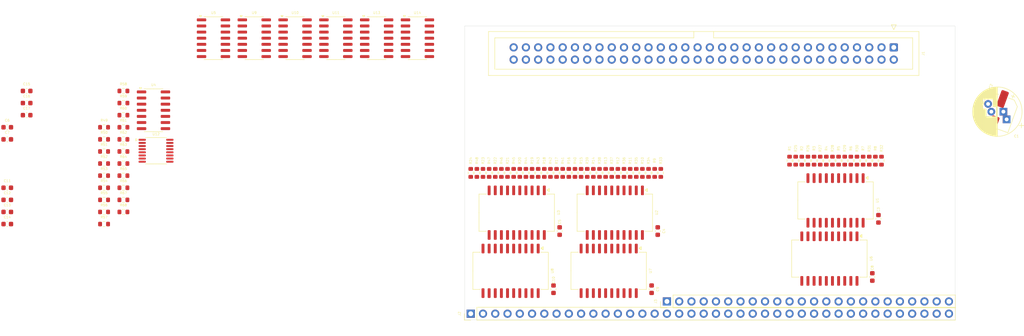
<source format=kicad_pcb>
(kicad_pcb (version 20240108) (generator "pcbnew") (generator_version "8.0")
  (layers (0 "F.Cu" signal) (31 "B.Cu" signal) (34 "B.Paste" user) (35 "F.Paste" user) (36 "B.SilkS" user "B.Silkscreen") (37 "F.SilkS" user "F.Silkscreen") (38 "B.Mask" user) (39 "F.Mask" user) (44 "Edge.Cuts" user))
  (net 0 "")
  (net 1 "+5V")
  (net 2 "GND")
  (net 3 "/Tx")
  (net 4 "/D0")
  (net 5 "/D5")
  (net 6 "/A6")
  (net 7 "/D11")
  (net 8 "/RFSH")
  (net 9 "/Ro")
  (net 10 "/Tx2")
  (net 11 "/A3")
  (net 12 "/A11")
  (net 13 "/A15")
  (net 14 "/D15")
  (net 15 "/A12")
  (net 16 "/USR7")
  (net 17 "/USR6")
  (net 18 "/NMI")
  (net 19 "/BUSRQ")
  (net 20 "/A13")
  (net 21 "/USR8")
  (net 22 "/HALT")
  (net 23 "/A0")
  (net 24 "/Mreq")
  (net 25 "/A7")
  (net 26 "/USR5")
  (net 27 "/INT")
  (net 28 "Net-(U12B-RCext)")
  (net 29 "/A9")
  (net 30 "/USR1")
  (net 31 "/D2")
  (net 32 "/USR2")
  (net 33 "/D10")
  (net 34 "/USR3")
  (net 35 "/Reset 2")
  (net 36 "/Reset")
  (net 37 "/A5")
  (net 38 "/A1")
  (net 39 "/A14")
  (net 40 "/D4")
  (net 41 "/USR4")
  (net 42 "/A4")
  (net 43 "/A8")
  (net 44 "/D12")
  (net 45 "/D8")
  (net 46 "/D3")
  (net 47 "/Wr")
  (net 48 "/D13")
  (net 49 "/D1")
  (net 50 "/M1")
  (net 51 "/A2")
  (net 52 "/Rx2")
  (net 53 "/D9")
  (net 54 "/D14")
  (net 55 "/Clock")
  (net 56 "/D6")
  (net 57 "/BUSACK")
  (net 58 "/A10")
  (net 59 "/Rx")
  (net 60 "/Wait")
  (net 61 "/Clock 2")
  (net 62 "/D7")
  (net 63 "Net-(U12B-Cext)")
  (net 64 "/LED A13")
  (net 65 "/LED A9")
  (net 66 "/SW A11")
  (net 67 "/LED D4")
  (net 68 "/LED ~{WAIT}")
  (net 69 "/SW D2")
  (net 70 "/LED A8")
  (net 71 "/MEMIOSW")
  (net 72 "/SW A3")
  (net 73 "/SW A1")
  (net 74 "/SW A0")
  (net 75 "/DBUSSW")
  (net 76 "/LED D1")
  (net 77 "/SW A4")
  (net 78 "/LED Power")
  (net 79 "/LED MEMRW")
  (net 80 "/SW D7")
  (net 81 "/LED A0")
  (net 82 "/SW D6")
  (net 83 "/SW D1")
  (net 84 "/LED D7")
  (net 85 "/SW A7")
  (net 86 "/SW A2")
  (net 87 "/STEPSW")
  (net 88 "/LED A6")
  (net 89 "/SW D0")
  (net 90 "/SW A8")
  (net 91 "/LED A1")
  (net 92 "/LED A14")
  (net 93 "/LED A10")
  (net 94 "/SW A14")
  (net 95 "/LED ~{HALT}")
  (net 96 "/LED A15")
  (net 97 "/SW D3")
  (net 98 "/LED A5")
  (net 99 "/LED A2")
  (net 100 "/LED A3")
  (net 101 "/LED D0")
  (net 102 "/LED A11")
  (net 103 "/SW A15")
  (net 104 "/LED D5")
  (net 105 "/LED D3")
  (net 106 "/LED ~{BUSAK}")
  (net 107 "/LED IORD")
  (net 108 "/SW A10")
  (net 109 "/LED A7")
  (net 110 "/BUSRQSW")
  (net 111 "/SW A9")
  (net 112 "/SW A5")
  (net 113 "/LED D6")
  (net 114 "/SINGLESW")
  (net 115 "/LED IOWR")
  (net 116 "/SW WRITE")
  (net 117 "/SW A6")
  (net 118 "/LED A12")
  (net 119 "/SW D5")
  (net 120 "/LED A4")
  (net 121 "/LED D2")
  (net 122 "/SW A13")
  (net 123 "/LED MEMRD")
  (net 124 "/SW D4")
  (net 125 "/SW A12")
  (net 126 "IORQ")
  (net 127 "Net-(U1-1Y0)")
  (net 128 "Net-(U1-1Y1)")
  (net 129 "Net-(U1-1Y2)")
  (net 130 "Net-(U1-1Y3)")
  (net 131 "Net-(U1-2Y0)")
  (net 132 "Net-(U1-2Y1)")
  (net 133 "Net-(U1-2Y2)")
  (net 134 "Net-(U1-2Y3)")
  (net 135 "Net-(U2-1Y0)")
  (net 136 "Net-(U2-1Y1)")
  (net 137 "Net-(U2-1Y2)")
  (net 138 "Net-(U2-1Y3)")
  (net 139 "Net-(U2-2Y0)")
  (net 140 "Net-(U2-2Y1)")
  (net 141 "Net-(U2-2Y2)")
  (net 142 "Net-(U2-2Y3)")
  (net 143 "Net-(U3-1Y0)")
  (net 144 "Net-(U3-1Y1)")
  (net 145 "Net-(U3-1Y2)")
  (net 146 "Net-(U3-1Y3)")
  (net 147 "Net-(U3-2Y0)")
  (net 148 "Net-(U3-2Y1)")
  (net 149 "Net-(U3-2Y2)")
  (net 150 "Net-(U3-2Y3)")
  (net 151 "/~{BUSAK}")
  (net 152 "MEMRD")
  (net 153 "MEMWR")
  (net 154 "IORD")
  (net 155 "IOWR")
  (net 156 "/~{WAIT}")
  (net 157 "/~{HALT}")
  (net 158 "/~{TX}")
  (net 161 "/~{RX}")
  (net 162 "/~{TX2}")
  (net 164 "/~{RX2}")
  (net 166 "MREQ")
  (net 167 "WR")
  (net 168 "RD")
  (net 169 "Net-(U10-Pad9)")
  (net 170 "/DBUS_EN")
  (net 171 "/~{DBUS_EN}")
  (net 172 "/WRITING")
  (net 173 "/BUSAK")
  (net 174 "/~{HAVEBUS}")
  (net 175 "Net-(U11A-Q)")
  (net 176 "/HAVEBUS")
  (net 177 "/TX")
  (net 178 "/WAIT")
  (net 179 "/RX")
  (net 180 "/~{WRITING}")
  (net 181 "/RX2")
  (net 182 "/WAITING")
  (net 183 "/~{MEMIOSW}")
  (net 184 "/TX2")
  (net 192 "Net-(U11A-~{R})")
  (footprint "Resistor_SMD:R_0603_1608Metric" (layer "F.Cu") (at 142.24 95.25 90)
    (property "Reference" "R6" (at 2.54 0 90) (layer "F.SilkS") (effects (font (size 0.508 0.508) (thickness 0.0762))))
    (property "Value" "470R")
    (pad "1" smd roundrect (at -0.825 0 90) (size 0.8 0.95) (layers "F.Cu" "F.Paste" "F.Mask") (net 128 "Net-(U1-1Y1)"))
    (pad "2" smd roundrect (at 0.825 0 90) (size 0.8 0.95) (layers "F.Cu" "F.Paste" "F.Mask") (net 104 "/LED D5"))
  )
  (footprint "Resistor_SMD:R_0603_1608Metric" (layer "F.Cu") (at 147.32 95.25 90)
    (property "Reference" "R8" (at 2.54 0 90) (layer "F.SilkS") (effects (font (size 0.508 0.508) (thickness 0.0762))))
    (property "Value" "470R")
    (pad "1" smd roundrect (at -0.825 0 90) (size 0.8 0.95) (layers "F.Cu" "F.Paste" "F.Mask") (net 127 "Net-(U1-1Y0)"))
    (pad "2" smd roundrect (at 0.825 0 90) (size 0.8 0.95) (layers "F.Cu" "F.Paste" "F.Mask") (net 84 "/LED D7"))
  )
  (footprint "Package_SO:SOIC-20W_7.5x15.4mm_P1.27mm" (layer "F.Cu") (at 139.065 103.505 -90)
    (property "Reference" "U1" (at 0 -8.65 90) (layer "F.SilkS") (effects (font (size 0.508 0.508) (thickness 0.0762))))
    (property "Value" "74HCT244")
    (pad "1" smd roundrect (at -4.625 -5.715 270) (size 2 0.6) (layers "F.Cu" "F.Paste" "F.Mask") (net 2 "GND"))
    (pad "2" smd roundrect (at -4.625 -4.445 270) (size 2 0.6) (layers "F.Cu" "F.Paste" "F.Mask") (net 62 "/D7"))
    (pad "3" smd roundrect (at -4.625 -3.175 270) (size 2 0.6) (layers "F.Cu" "F.Paste" "F.Mask") (net 131 "Net-(U1-2Y0)"))
    (pad "4" smd roundrect (at -4.625 -1.905 270) (size 2 0.6) (layers "F.Cu" "F.Paste" "F.Mask") (net 5 "/D5"))
    (pad "5" smd roundrect (at -4.625 -0.635 270) (size 2 0.6) (layers "F.Cu" "F.Paste" "F.Mask") (net 132 "Net-(U1-2Y1)"))
    (pad "6" smd roundrect (at -4.625 0.635 270) (size 2 0.6) (layers "F.Cu" "F.Paste" "F.Mask") (net 46 "/D3"))
    (pad "7" smd roundrect (at -4.625 1.905 270) (size 2 0.6) (layers "F.Cu" "F.Paste" "F.Mask") (net 133 "Net-(U1-2Y2)"))
    (pad "8" smd roundrect (at -4.625 3.175 270) (size 2 0.6) (layers "F.Cu" "F.Paste" "F.Mask") (net 49 "/D1"))
    (pad "9" smd roundrect (at -4.625 4.445 270) (size 2 0.6) (layers "F.Cu" "F.Paste" "F.Mask") (net 134 "Net-(U1-2Y3)"))
    (pad "10" smd roundrect (at -4.625 5.715 270) (size 2 0.6) (layers "F.Cu" "F.Paste" "F.Mask") (net 2 "GND"))
    (pad "11" smd roundrect (at 4.625 5.715 270) (size 2 0.6) (layers "F.Cu" "F.Paste" "F.Mask") (net 4 "/D0"))
    (pad "12" smd roundrect (at 4.625 4.445 270) (size 2 0.6) (layers "F.Cu" "F.Paste" "F.Mask") (net 130 "Net-(U1-1Y3)"))
    (pad "13" smd roundrect (at 4.625 3.175 270) (size 2 0.6) (layers "F.Cu" "F.Paste" "F.Mask") (net 31 "/D2"))
    (pad "14" smd roundrect (at 4.625 1.905 270) (size 2 0.6) (layers "F.Cu" "F.Paste" "F.Mask") (net 129 "Net-(U1-1Y2)"))
    (pad "15" smd roundrect (at 4.625 0.635 270) (size 2 0.6) (layers "F.Cu" "F.Paste" "F.Mask") (net 40 "/D4"))
    (pad "16" smd roundrect (at 4.625 -0.635 270) (size 2 0.6) (layers "F.Cu" "F.Paste" "F.Mask") (net 128 "Net-(U1-1Y1)"))
    (pad "17" smd roundrect (at 4.625 -1.905 270) (size 2 0.6) (layers "F.Cu" "F.Paste" "F.Mask") (net 56 "/D6"))
    (pad "18" smd roundrect (at 4.625 -3.175 270) (size 2 0.6) (layers "F.Cu" "F.Paste" "F.Mask") (net 127 "Net-(U1-1Y0)"))
    (pad "19" smd roundrect (at 4.625 -4.445 270) (size 2 0.6) (layers "F.Cu" "F.Paste" "F.Mask") (net 2 "GND"))
    (pad "20" smd roundrect (at 4.625 -5.715 270) (size 2 0.6) (layers "F.Cu" "F.Paste" "F.Mask") (net 1 "+5V"))
  )
  (footprint "Resistor_SMD:R_0603_1608Metric" (layer "F.Cu") (at 100.33 97.79 90)
    (property "Reference" "R34" (at 2.54 0 90) (layer "F.SilkS") (effects (font (size 0.508 0.508) (thickness 0.0762))))
    (property "Value" "10k")
    (pad "1" smd roundrect (at -0.825 0 90) (size 0.8 0.95) (layers "F.Cu" "F.Paste" "F.Mask") (net 73 "/SW A1"))
    (pad "2" smd roundrect (at 0.825 0 90) (size 0.8 0.95) (layers "F.Cu" "F.Paste" "F.Mask") (net 1 "+5V"))
  )
  (footprint "Resistor_SMD:R_0603_1608Metric" (layer "F.Cu") (at 67.31 97.79 90)
    (property "Reference" "R47" (at 2.54 0 90) (layer "F.SilkS") (effects (font (size 0.508 0.508) (thickness 0.0762))))
    (property "Value" "10k")
    (pad "1" smd roundrect (at -0.825 0 90) (size 0.8 0.95) (layers "F.Cu" "F.Paste" "F.Mask") (net 94 "/SW A14"))
    (pad "2" smd roundrect (at 0.825 0 90) (size 0.8 0.95) (layers "F.Cu" "F.Paste" "F.Mask") (net 1 "+5V"))
  )
  (footprint "Resistor_SMD:R_0603_1608Metric" (layer "F.Cu") (at 96.52 97.79 90)
    (property "Reference" "R11" (at 2.54 0 90) (layer "F.SilkS") (effects (font (size 0.508 0.508) (thickness 0.0762))))
    (property "Value" "470R")
    (pad "1" smd roundrect (at -0.825 0 90) (size 0.8 0.95) (layers "F.Cu" "F.Paste" "F.Mask") (net 136 "Net-(U2-1Y1)"))
    (pad "2" smd roundrect (at 0.825 0 90) (size 0.8 0.95) (layers "F.Cu" "F.Paste" "F.Mask") (net 99 "/LED A2"))
  )
  (footprint "Connector_IDC:IDC-Header_2x32_P2.54mm_Vertical" (layer "F.Cu") (at 151.13 71.755 -90)
    (property "Reference" "J1" (at 1.27 -6.1 90) (layer "F.SilkS") (effects (font (size 0.508 0.508) (thickness 0.0762))))
    (property "Value" "Conn_02x32_Row_Letter_First")
    (pad "1" thru_hole roundrect (at 0 0 270) (size 1.7 1.7) (drill 1) (layers "*.Cu" "*.Mask") (roundrect_rratio 0.147059) (net 74 "/SW A0"))
    (pad "2" thru_hole circle (at 2.54 0 270) (size 1.7 1.7) (drill 1) (layers "*.Cu" "*.Mask") (net 101 "/LED D0"))
    (pad "3" thru_hole circle (at 0 2.54 270) (size 1.7 1.7) (drill 1) (layers "*.Cu" "*.Mask") (net 81 "/LED A0"))
    (pad "4" thru_hole circle (at 2.54 2.54 270) (size 1.7 1.7) (drill 1) (layers "*.Cu" "*.Mask") (net 76 "/LED D1"))
    (pad "5" thru_hole circle (at 0 5.08 270) (size 1.7 1.7) (drill 1) (layers "*.Cu" "*.Mask") (net 73 "/SW A1"))
    (pad "6" thru_hole circle (at 2.54 5.08 270) (size 1.7 1.7) (drill 1) (layers "*.Cu" "*.Mask") (net 121 "/LED D2"))
    (pad "7" thru_hole circle (at 0 7.62 270) (size 1.7 1.7) (drill 1) (layers "*.Cu" "*.Mask") (net 91 "/LED A1"))
    (pad "8" thru_hole circle (at 2.54 7.62 270) (size 1.7 1.7) (drill 1) (layers "*.Cu" "*.Mask") (net 105 "/LED D3"))
    (pad "9" thru_hole circle (at 0 10.16 270) (size 1.7 1.7) (drill 1) (layers "*.Cu" "*.Mask") (net 86 "/SW A2"))
    (pad "10" thru_hole circle (at 2.54 10.16 270) (size 1.7 1.7) (drill 1) (layers "*.Cu" "*.Mask") (net 67 "/LED D4"))
    (pad "11" thru_hole circle (at 0 12.7 270) (size 1.7 1.7) (drill 1) (layers "*.Cu" "*.Mask") (net 99 "/LED A2"))
    (pad "12" thru_hole circle (at 2.54 12.7 270) (size 1.7 1.7) (drill 1) (layers "*.Cu" "*.Mask") (net 104 "/LED D5"))
    (pad "13" thru_hole circle (at 0 15.24 270) (size 1.7 1.7) (drill 1) (layers "*.Cu" "*.Mask") (net 72 "/SW A3"))
    (pad "14" thru_hole circle (at 2.54 15.24 270) (size 1.7 1.7) (drill 1) (layers "*.Cu" "*.Mask") (net 113 "/LED D6"))
    (pad "15" thru_hole circle (at 0 17.78 270) (size 1.7 1.7) (drill 1) (layers "*.Cu" "*.Mask") (net 100 "/LED A3"))
    (pad "16" thru_hole circle (at 2.54 17.78 270) (size 1.7 1.7) (drill 1) (layers "*.Cu" "*.Mask") (net 84 "/LED D7"))
    (pad "17" thru_hole circle (at 0 20.32 270) (size 1.7 1.7) (drill 1) (layers "*.Cu" "*.Mask") (net 77 "/SW A4"))
    (pad "18" thru_hole circle (at 2.54 20.32 270) (size 1.7 1.7) (drill 1) (layers "*.Cu" "*.Mask") (net 89 "/SW D0"))
    (pad "19" thru_hole circle (at 0 22.86 270) (size 1.7 1.7) (drill 1) (layers "*.Cu" "*.Mask") (net 120 "/LED A4"))
    (pad "20" thru_hole circle (at 2.54 22.86 270) (size 1.7 1.7) (drill 1) (layers "*.Cu" "*.Mask") (net 83 "/SW D1"))
    (pad "21" thru_hole circle (at 0 25.4 270) (size 1.7 1.7) (drill 1) (layers "*.Cu" "*.Mask") (net 112 "/SW A5"))
    (pad "22" thru_hole circle (at 2.54 25.4 270) (size 1.7 1.7) (drill 1) (layers "*.Cu" "*.Mask") (net 69 "/SW D2"))
    (pad "23" thru_hole circle (at 0 27.94 270) (size 1.7 1.7) (drill 1) (layers "*.Cu" "*.Mask") (net 98 "/LED A5"))
    (pad "24" thru_hole circle (at 2.54 27.94 270) (size 1.7 1.7) (drill 1) (layers "*.Cu" "*.Mask") (net 97 "/SW D3"))
    (pad "25" thru_hole circle (at 0 30.48 270) (size 1.7 1.7) (drill 1) (layers "*.Cu" "*.Mask") (net 117 "/SW A6"))
    (pad "26" thru_hole circle (at 2.54 30.48 270) (size 1.7 1.7) (drill 1) (layers "*.Cu" "*.Mask") (net 124 "/SW D4"))
    (pad "27" thru_hole circle (at 0 33.02 270) (size 1.7 1.7) (drill 1) (layers "*.Cu" "*.Mask") (net 88 "/LED A6"))
    (pad "28" thru_hole circle (at 2.54 33.02 270) (size 1.7 1.7) (drill 1) (layers "*.Cu" "*.Mask") (net 119 "/SW D5"))
    (pad "29" thru_hole circle (at 0 35.56 270) (size 1.7 1.7) (drill 1) (layers "*.Cu" "*.Mask") (net 85 "/SW A7"))
    (pad "30" thru_hole circle (at 2.54 35.56 270) (size 1.7 1.7) (drill 1) (layers "*.Cu" "*.Mask") (net 82 "/SW D6"))
    (pad "31" thru_hole circle (at 0 38.1 270) (size 1.7 1.7) (drill 1) (layers "*.Cu" "*.Mask") (net 109 "/LED A7"))
    (pad "32" thru_hole circle (at 2.54 38.1 270) (size 1.7 1.7) (drill 1) (layers "*.Cu" "*.Mask") (net 80 "/SW D7"))
    (pad "33" thru_hole circle (at 0 40.64 270) (size 1.7 1.7) (drill 1) (layers "*.Cu" "*.Mask") (net 70 "/LED A8"))
    (pad "34" thru_hole circle (at 2.54 40.64 270) (size 1.7 1.7) (drill 1) (layers "*.Cu" "*.Mask") (net 123 "/LED MEMRD"))
    (pad "35" thru_hole circle (at 0 43.18 270) (size 1.7 1.7) (drill 1) (layers "*.Cu" "*.Mask") (net 90 "/SW A8"))
    (pad "36" thru_hole circle (at 2.54 43.18 270) (size 1.7 1.7) (drill 1) (layers "*.Cu" "*.Mask") (net 79 "/LED MEMRW"))
    (pad "37" thru_hole circle (at 0 45.72 270) (size 1.7 1.7) (drill 1) (layers "*.Cu" "*.Mask") (net 65 "/LED A9"))
    (pad "38" thru_hole circle (at 2.54 45.72 270) (size 1.7 1.7) (drill 1) (layers "*.Cu" "*.Mask") (net 107 "/LED IORD"))
    (pad "39" thru_hole circle (at 0 48.26 270) (size 1.7 1.7) (drill 1) (layers "*.Cu" "*.Mask") (net 111 "/SW A9"))
    (pad "40" thru_hole circle (at 2.54 48.26 270) (size 1.7 1.7) (drill 1) (layers "*.Cu" "*.Mask") (net 115 "/LED IOWR"))
    (pad "41" thru_hole circle (at 0 50.8 270) (size 1.7 1.7) (drill 1) (layers "*.Cu" "*.Mask") (net 93 "/LED A10"))
    (pad "42" thru_hole circle (at 2.54 50.8 270) (size 1.7 1.7) (drill 1) (layers "*.Cu" "*.Mask") (net 95 "/LED ~{HALT}"))
    (pad "43" thru_hole circle (at 0 53.34 270) (size 1.7 1.7) (drill 1) (layers "*.Cu" "*.Mask") (net 108 "/SW A10"))
    (pad "44" thru_hole circle (at 2.54 53.34 270) (size 1.7 1.7) (drill 1) (layers "*.Cu" "*.Mask") (net 68 "/LED ~{WAIT}"))
    (pad "45" thru_hole circle (at 0 55.88 270) (size 1.7 1.7) (drill 1) (layers "*.Cu" "*.Mask") (net 102 "/LED A11"))
    (pad "46" thru_hole circle (at 2.54 55.88 270) (size 1.7 1.7) (drill 1) (layers "*.Cu" "*.Mask") (net 106 "/LED ~{BUSAK}"))
    (pad "47" thru_hole circle (at 0 58.42 270) (size 1.7 1.7) (drill 1) (layers "*.Cu" "*.Mask") (net 66 "/SW A11"))
    (pad "48" thru_hole circle (at 2.54 58.42 270) (size 1.7 1.7) (drill 1) (layers "*.Cu" "*.Mask") (net 110 "/BUSRQSW"))
    (pad "49" thru_hole circle (at 0 60.96 270) (size 1.7 1.7) (drill 1) (layers "*.Cu" "*.Mask") (net 118 "/LED A12"))
    (pad "50" thru_hole circle (at 2.54 60.96 270) (size 1.7 1.7) (drill 1) (layers "*.Cu" "*.Mask") (net 116 "/SW WRITE"))
    (pad "51" thru_hole circle (at 0 63.5 270) (size 1.7 1.7) (drill 1) (layers "*.Cu" "*.Mask") (net 125 "/SW A12"))
    (pad "52" thru_hole circle (at 2.54 63.5 270) (size 1.7 1.7) (drill 1) (layers "*.Cu" "*.Mask") (net 75 "/DBUSSW"))
    (pad "53" thru_hole circle (at 0 66.04 270) (size 1.7 1.7) (drill 1) (layers "*.Cu" "*.Mask") (net 64 "/LED A13"))
    (pad "54" thru_hole circle (at 2.54 66.04 270) (size 1.7 1.7) (drill 1) (layers "*.Cu" "*.Mask") (net 71 "/MEMIOSW"))
    (pad "55" thru_hole circle (at 0 68.58 270) (size 1.7 1.7) (drill 1) (layers "*.Cu" "*.Mask") (net 122 "/SW A13"))
    (pad "56" thru_hole circle (at 2.54 68.58 270) (size 1.7 1.7) (drill 1) (layers "*.Cu" "*.Mask") (net 114 "/SINGLESW"))
    (pad "57" thru_hole circle (at 0 71.12 270) (size 1.7 1.7) (drill 1) (layers "*.Cu" "*.Mask") (net 92 "/LED A14"))
    (pad "58" thru_hole circle (at 2.54 71.12 270) (size 1.7 1.7) (drill 1) (layers "*.Cu" "*.Mask") (net 87 "/STEPSW"))
    (pad "59" thru_hole circle (at 0 73.66 270) (size 1.7 1.7) (drill 1) (layers "*.Cu" "*.Mask") (net 94 "/SW A14"))
    (pad "60" thru_hole circle (at 2.54 73.66 270) (size 1.7 1.7) (drill 1) (layers "*.Cu" "*.Mask") (net 78 "/LED Power"))
    (pad "61" thru_hole circle (at 0 76.2 270) (size 1.7 1.7) (drill 1) (layers "*.Cu" "*.Mask") (net 96 "/LED A15"))
    (pad "62" thru_hole circle (at 2.54 76.2 270) (size 1.7 1.7) (drill 1) (layers "*.Cu" "*.Mask") (net 36 "/Reset"))
    (pad "63" thru_hole circle (at 0 78.74 270) (size 1.7 1.7) (drill 1) (layers "*.Cu" "*.Mask") (net 103 "/SW A15"))
    (pad "64" thru_hole circle (at 2.54 78.74 270) (size 1.7 1.7) (drill 1) (layers "*.Cu" "*.Mask") (net 2 "GND"))
  )
  (footprint "Package_SO:SOIC-14_3.9x8.7mm_P1.27mm" (layer "F.Cu") (at 52.46 69.85)
    (property "Reference" "U14" (at 0 -5.28 0) (layer "F.SilkS") (effects (font (size 0.508 0.508) (thickness 0.0762))))
    (property "Value" "74LS125")
    (pad "1" smd roundrect (at -2.475 -3.81) (size 1.95 0.6) (layers "F.Cu" "F.Paste" "F.Mask") (net 174 "/~{HAVEBUS}"))
    (pad "2" smd roundrect (at -2.475 -2.54) (size 1.95 0.6) (layers "F.Cu" "F.Paste" "F.Mask") (net 71 "/MEMIOSW"))
    (pad "3" smd roundrect (at -2.475 -1.27) (size 1.95 0.6) (layers "F.Cu" "F.Paste" "F.Mask") (net 166 "MREQ"))
    (pad "4" smd roundrect (at -2.475 0) (size 1.95 0.6) (layers "F.Cu" "F.Paste" "F.Mask") (net 174 "/~{HAVEBUS}"))
    (pad "5" smd roundrect (at -2.475 1.27) (size 1.95 0.6) (layers "F.Cu" "F.Paste" "F.Mask") (net 183 "/~{MEMIOSW}"))
    (pad "6" smd roundrect (at -2.475 2.54) (size 1.95 0.6) (layers "F.Cu" "F.Paste" "F.Mask") (net 126 "IORQ"))
    (pad "7" smd roundrect (at -2.475 3.81) (size 1.95 0.6) (layers "F.Cu" "F.Paste" "F.Mask") (net 2 "GND"))
    (pad "8" smd roundrect (at 2.475 3.81) (size 1.95 0.6) (layers "F.Cu" "F.Paste" "F.Mask"))
    (pad "9" smd roundrect (at 2.475 2.54) (size 1.95 0.6) (layers "F.Cu" "F.Paste" "F.Mask") (net 2 "GND"))
    (pad "10" smd roundrect (at 2.475 1.27) (size 1.95 0.6) (layers "F.Cu" "F.Paste" "F.Mask") (net 2 "GND"))
    (pad "11" smd roundrect (at 2.475 0) (size 1.95 0.6) (layers "F.Cu" "F.Paste" "F.Mask"))
    (pad "12" smd roundrect (at 2.475 -1.27) (size 1.95 0.6) (layers "F.Cu" "F.Paste" "F.Mask") (net 2 "GND"))
    (pad "13" smd roundrect (at 2.475 -2.54) (size 1.95 0.6) (layers "F.Cu" "F.Paste" "F.Mask") (net 2 "GND"))
    (pad "14" smd roundrect (at 2.475 -3.81) (size 1.95 0.6) (layers "F.Cu" "F.Paste" "F.Mask") (net 1 "+5V"))
  )
  (footprint "Resistor_SMD:R_0603_1608Metric" (layer "F.Cu") (at -8.445 83.305)
    (property "Reference" "R59" (at 0 -1.43 0) (layer "F.SilkS") (effects (font (size 0.508 0.508) (thickness 0.0762))))
    (property "Value" "470R")
    (pad "1" smd roundrect (at -0.825 0) (size 0.8 0.95) (layers "F.Cu" "F.Paste" "F.Mask") (net 162 "/~{TX2}"))
    (pad "2" smd roundrect (at 0.825 0) (size 0.8 0.95) (layers "F.Cu" "F.Paste" "F.Mask"))
  )
  (footprint "Resistor_SMD:R_0603_1608Metric" (layer "F.Cu") (at 138.43 95.25 90)
    (property "Reference" "R28" (at 2.54 0 90) (layer "F.SilkS") (effects (font (size 0.508 0.508) (thickness 0.0762))))
    (property "Value" "10k")
    (pad "1" smd roundrect (at -0.825 0 90) (size 0.8 0.95) (layers "F.Cu" "F.Paste" "F.Mask") (net 97 "/SW D3"))
    (pad "2" smd roundrect (at 0.825 0 90) (size 0.8 0.95) (layers "F.Cu" "F.Paste" "F.Mask") (net 1 "+5V"))
  )
  (footprint "Resistor_SMD:R_0603_1608Metric" (layer "F.Cu") (at 102.87 97.79 90)
    (property "Reference" "R33" (at 2.54 0 90) (layer "F.SilkS") (effects (font (size 0.508 0.508) (thickness 0.0762))))
    (property "Value" "10k")
    (pad "1" smd roundrect (at -0.825 0 90) (size 0.8 0.95) (layers "F.Cu" "F.Paste" "F.Mask") (net 74 "/SW A0"))
    (pad "2" smd roundrect (at 0.825 0 90) (size 0.8 0.95) (layers "F.Cu" "F.Paste" "F.Mask") (net 1 "+5V"))
  )
  (footprint "Capacitor_SMD:C_0603_1608Metric" (layer "F.Cu") (at -32.505 105.895)
    (property "Reference" "C13" (at 0 -1.43 0) (layer "F.SilkS") (effects (font (size 0.508 0.508) (thickness 0.0762))))
    (property "Value" "1uF")
    (pad "1" smd roundrect (at -0.775 0) (size 0.9 0.95) (layers "F.Cu" "F.Paste" "F.Mask") (net 1 "+5V"))
    (pad "2" smd roundrect (at 0.775 0) (size 0.9 0.95) (layers "F.Cu" "F.Paste" "F.Mask") (net 2 "GND"))
  )
  (footprint "Resistor_SMD:R_0603_1608Metric" (layer "F.Cu") (at 101.6 97.79 90)
    (property "Reference" "R9" (at 2.54 0 90) (layer "F.SilkS") (effects (font (size 0.508 0.508) (thickness 0.0762))))
    (property "Value" "470R")
    (pad "1" smd roundrect (at -0.825 0 90) (size 0.8 0.95) (layers "F.Cu" "F.Paste" "F.Mask") (net 135 "Net-(U2-1Y0)"))
    (pad "2" smd roundrect (at 0.825 0 90) (size 0.8 0.95) (layers "F.Cu" "F.Paste" "F.Mask") (net 81 "/LED A0"))
  )
  (footprint "Capacitor_SMD:C_0603_1608Metric" (layer "F.Cu") (at -32.505 88.325)
    (property "Reference" "C6" (at 0 -1.43 0) (layer "F.SilkS") (effects (font (size 0.508 0.508) (thickness 0.0762))))
    (property "Value" "1uF")
    (pad "1" smd roundrect (at -0.775 0) (size 0.9 0.95) (layers "F.Cu" "F.Paste" "F.Mask") (net 1 "+5V"))
    (pad "2" smd roundrect (at 0.775 0) (size 0.9 0.95) (layers "F.Cu" "F.Paste" "F.Mask") (net 2 "GND"))
  )
  (footprint "Resistor_SMD:R_0603_1608Metric" (layer "F.Cu") (at -8.445 85.815)
    (property "Reference" "R60" (at 0 -1.43 0) (layer "F.SilkS") (effects (font (size 0.508 0.508) (thickness 0.0762))))
    (property "Value" "470R")
    (pad "1" smd roundrect (at -0.825 0) (size 0.8 0.95) (layers "F.Cu" "F.Paste" "F.Mask") (net 164 "/~{RX2}"))
    (pad "2" smd roundrect (at 0.825 0) (size 0.8 0.95) (layers "F.Cu" "F.Paste" "F.Mask"))
  )
  (footprint "Resistor_SMD:R_0603_1608Metric" (layer "F.Cu") (at -8.445 80.795)
    (property "Reference" "R58" (at 0 -1.43 0) (layer "F.SilkS") (effects (font (size 0.508 0.508) (thickness 0.0762))))
    (property "Value" "470R")
    (pad "1" smd roundrect (at -0.825 0) (size 0.8 0.95) (layers "F.Cu" "F.Paste" "F.Mask") (net 161 "/~{RX}"))
    (pad "2" smd roundrect (at 0.825 0) (size 0.8 0.95) (layers "F.Cu" "F.Paste" "F.Mask"))
  )
  (footprint "Resistor_SMD:R_0603_1608Metric" (layer "F.Cu") (at -8.445 88.325)
    (property "Reference" "R61" (at 0 -1.43 0) (layer "F.SilkS") (effects (font (size 0.508 0.508) (thickness 0.0762))))
    (property "Value" "10k")
    (pad "1" smd roundrect (at -0.825 0) (size 0.8 0.95) (layers "F.Cu" "F.Paste" "F.Mask") (net 75 "/DBUSSW"))
    (pad "2" smd roundrect (at 0.825 0) (size 0.8 0.95) (layers "F.Cu" "F.Paste" "F.Mask") (net 1 "+5V"))
  )
  (footprint "Resistor_SMD:R_0603_1608Metric" (layer "F.Cu") (at 134.62 95.25 90)
    (property "Reference" "R3" (at 2.54 0 90) (layer "F.SilkS") (effects (font (size 0.508 0.508) (thickness 0.0762))))
    (property "Value" "470R")
    (pad "1" smd roundrect (at -0.825 0 90) (size 0.8 0.95) (layers "F.Cu" "F.Paste" "F.Mask") (net 133 "Net-(U1-2Y2)"))
    (pad "2" smd roundrect (at 0.825 0 90) (size 0.8 0.95) (layers "F.Cu" "F.Paste" "F.Mask") (net 121 "/LED D2"))
  )
  (footprint "Package_SO:SOIC-20W_7.5x15.4mm_P1.27mm" (layer "F.Cu") (at 71.755 118.11 -90)
    (property "Reference" "U8" (at 0 -8.65 90) (layer "F.SilkS") (effects (font (size 0.508 0.508) (thickness 0.0762))))
    (property "Value" "74HCT244")
    (pad "1" smd roundrect (at -4.625 -5.715 270) (size 2 0.6) (layers "F.Cu" "F.Paste" "F.Mask") (net 174 "/~{HAVEBUS}"))
    (pad "2" smd roundrect (at -4.625 -4.445 270) (size 2 0.6) (layers "F.Cu" "F.Paste" "F.Mask") (net 90 "/SW A8"))
    (pad "3" smd roundrect (at -4.625 -3.175 270) (size 2 0.6) (layers "F.Cu" "F.Paste" "F.Mask") (net 29 "/A9"))
    (pad "4" smd roundrect (at -4.625 -1.905 270) (size 2 0.6) (layers "F.Cu" "F.Paste" "F.Mask") (net 108 "/SW A10"))
    (pad "5" smd roundrect (at -4.625 -0.635 270) (size 2 0.6) (layers "F.Cu" "F.Paste" "F.Mask") (net 12 "/A11"))
    (pad "6" smd roundrect (at -4.625 0.635 270) (size 2 0.6) (layers "F.Cu" "F.Paste" "F.Mask") (net 125 "/SW A12"))
    (pad "7" smd roundrect (at -4.625 1.905 270) (size 2 0.6) (layers "F.Cu" "F.Paste" "F.Mask") (net 20 "/A13"))
    (pad "8" smd roundrect (at -4.625 3.175 270) (size 2 0.6) (layers "F.Cu" "F.Paste" "F.Mask") (net 94 "/SW A14"))
    (pad "9" smd roundrect (at -4.625 4.445 270) (size 2 0.6) (layers "F.Cu" "F.Paste" "F.Mask") (net 13 "/A15"))
    (pad "10" smd roundrect (at -4.625 5.715 270) (size 2 0.6) (layers "F.Cu" "F.Paste" "F.Mask") (net 2 "GND"))
    (pad "11" smd roundrect (at 4.625 5.715 270) (size 2 0.6) (layers "F.Cu" "F.Paste" "F.Mask") (net 103 "/SW A15"))
    (pad "12" smd roundrect (at 4.625 4.445 270) (size 2 0.6) (layers "F.Cu" "F.Paste" "F.Mask") (net 39 "/A14"))
    (pad "13" smd roundrect (at 4.625 3.175 270) (size 2 0.6) (layers "F.Cu" "F.Paste" "F.Mask") (net 122 "/SW A13"))
    (pad "14" smd roundrect (at 4.625 1.905 270) (size 2 0.6) (layers "F.Cu" "F.Paste" "F.Mask") (net 15 "/A12"))
    (pad "15" smd roundrect (at 4.625 0.635 270) (size 2 0.6) (layers "F.Cu" "F.Paste" "F.Mask") (net 66 "/SW A11"))
    (pad "16" smd roundrect (at 4.625 -0.635 270) (size 2 0.6) (layers "F.Cu" "F.Paste" "F.Mask") (net 58 "/A10"))
    (pad "17" smd roundrect (at 4.625 -1.905 270) (size 2 0.6) (layers "F.Cu" "F.Paste" "F.Mask") (net 111 "/SW A9"))
    (pad "18" smd roundrect (at 4.625 -3.175 270) (size 2 0.6) (layers "F.Cu" "F.Paste" "F.Mask") (net 43 "/A8"))
    (pad "19" smd roundrect (at 4.625 -4.445 270) (size 2 0.6) (layers "F.Cu" "F.Paste" "F.Mask") (net 174 "/~{HAVEBUS}"))
    (pad "20" smd roundrect (at 4.625 -5.715 270) (size 2 0.6) (layers "F.Cu" "F.Paste" "F.Mask") (net 1 "+5V"))
  )
  (footprint "Resistor_SMD:R_0603_1608Metric" (layer "F.Cu") (at 92.71 97.79 90)
    (property "Reference" "R37" (at 2.54 0 90) (layer "F.SilkS") (effects (font (size 0.508 0.508) (thickness 0.0762))))
    (property "Value" "10k")
    (pad "1" smd roundrect (at -0.825 0 90) (size 0.8 0.95) (layers "F.Cu" "F.Paste" "F.Mask") (net 77 "/SW A4"))
    (pad "2" smd roundrect (at 0.825 0 90) (size 0.8 0.95) (layers "F.Cu" "F.Paste" "F.Mask") (net 1 "+5V"))
  )
  (footprint "Capacitor_SMD:C_0603_1608Metric" (layer "F.Cu") (at -28.495 80.795)
    (property "Reference" "C15" (at 0 -1.43 0) (layer "F.SilkS") (effects (font (size 0.508 0.508) (thickness 0.0762))))
    (property "Value" "1uF")
    (pad "1" smd roundrect (at -0.775 0) (size 0.9 0.95) (layers "F.Cu" "F.Paste" "F.Mask") (net 1 "+5V"))
    (pad "2" smd roundrect (at 0.775 0) (size 0.9 0.95) (layers "F.Cu" "F.Paste" "F.Mask") (net 2 "GND"))
  )
  (footprint "Resistor_SMD:R_0603_1608Metric" (layer "F.Cu") (at 90.17 97.79 90)
    (property "Reference" "R38" (at 2.54 0 90) (layer "F.SilkS") (effects (font (size 0.508 0.508) (thickness 0.0762))))
    (property "Value" "10k")
    (pad "1" smd roundrect (at -0.825 0 90) (size 0.8 0.95) (layers "F.Cu" "F.Paste" "F.Mask") (net 112 "/SW A5"))
    (pad "2" smd roundrect (at 0.825 0 90) (size 0.8 0.95) (layers "F.Cu" "F.Paste" "F.Mask") (net 1 "+5V"))
  )
  (footprint "Resistor_SMD:R_0603_1608Metric" (layer "F.Cu") (at 71.12 97.79 90)
    (property "Reference" "R21" (at 2.54 0 90) (layer "F.SilkS") (effects (font (size 0.508 0.508) (thickness 0.0762))))
    (property "Value" "470R")
    (pad "1" smd roundrect (at -0.825 0 90) (size 0.8 0.95) (layers "F.Cu" "F.Paste" "F.Mask") (net 145 "Net-(U3-1Y2)"))
    (pad "2" smd roundrect (at 0.825 0 90) (size 0.8 0.95) (layers "F.Cu" "F.Paste" "F.Mask") (net 118 "/LED A12"))
  )
  (footprint "Resistor_SMD:R_0603_1608Metric" (layer "F.Cu") (at 81.28 97.79 90)
    (property "Reference" "R17" (at 2.54 0 90) (layer "F.SilkS") (effects (font (size 0.508 0.508) (thickness 0.0762))))
    (property "Value" "470R")
    (pad "1" smd roundrect (at -0.825 0 90) (size 0.8 0.95) (layers "F.Cu" "F.Paste" "F.Mask") (net 143 "Net-(U3-1Y0)"))
    (pad "2" smd roundrect (at 0.825 0 90) (size 0.8 0.95) (layers "F.Cu" "F.Paste" "F.Mask") (net 70 "/LED A8"))
  )
  (footprint "Capacitor_SMD:C_0603_1608Metric" (layer "F.Cu") (at 100.965 121.92 90)
    (property "Reference" "C9" (at 0 1.27 90) (layer "F.SilkS") (effects (font (size 0.508 0.508) (thickness 0.0762))))
    (property "Value" "1uF")
    (pad "1" smd roundrect (at -0.775 0 90) (size 0.9 0.95) (layers "F.Cu" "F.Paste" "F.Mask") (net 1 "+5V"))
    (pad "2" smd roundrect (at 0.775 0 90) (size 0.9 0.95) (layers "F.Cu" "F.Paste" "F.Mask") (net 2 "GND"))
  )
  (footprint "Resistor_SMD:R_0603_1608Metric" (layer "F.Cu") (at -12.455 100.875)
    (property "Reference" "R54" (at 0 -1.43 0) (layer "F.SilkS") (effects (font (size 0.508 0.508) (thickness 0.0762))))
    (property "Value" "470R")
    (pad "1" smd roundrect (at -0.825 0) (size 0.8 0.95) (layers "F.Cu" "F.Paste" "F.Mask") (net 155 "IOWR"))
    (pad "2" smd roundrect (at 0.825 0) (size 0.8 0.95) (layers "F.Cu" "F.Paste" "F.Mask") (net 115 "/LED IOWR"))
  )
  (footprint "Resistor_SMD:R_0603_1608Metric" (layer "F.Cu") (at 143.51 95.25 90)
    (property "Reference" "R30" (at 2.54 0 90) (layer "F.SilkS") (effects (font (size 0.508 0.508) (thickness 0.0762))))
    (property "Value" "10k")
    (pad "1" smd roundrect (at -0.825 0 90) (size 0.8 0.95) (layers "F.Cu" "F.Paste" "F.Mask") (net 119 "/SW D5"))
    (pad "2" smd roundrect (at 0.825 0 90) (size 0.8 0.95) (layers "F.Cu" "F.Paste" "F.Mask") (net 1 "+5V"))
  )
  (footprint "Resistor_SMD:R_0603_1608Metric" (layer "F.Cu") (at 132.08 95.25 90)
    (property "Reference" "R2" (at 2.54 0 90) (layer "F.SilkS") (effects (font (size 0.508 0.508) (thickness 0.0762))))
    (property "Value" "470R")
    (pad "1" smd roundrect (at -0.825 0 90) (size 0.8 0.95) (layers "F.Cu" "F.Paste" "F.Mask") (net 130 "Net-(U1-1Y3)"))
    (pad "2" smd roundrect (at 0.825 0 90) (size 0.8 0.95) (layers "F.Cu" "F.Paste" "F.Mask") (net 76 "/LED D1"))
  )
  (footprint "Resistor_SMD:R_0603_1608Metric" (layer "F.Cu") (at 87.63 97.79 90)
    (property "Reference" "R39" (at 2.54 0 90) (layer "F.SilkS") (effects (font (size 0.508 0.508) (thickness 0.0762))))
    (property "Value" "10k")
    (pad "1" smd roundrect (at -0.825 0 90) (size 0.8 0.95) (layers "F.Cu" "F.Paste" "F.Mask") (net 117 "/SW A6"))
    (pad "2" smd roundrect (at 0.825 0 90) (size 0.8 0.95) (layers "F.Cu" "F.Paste" "F.Mask") (net 1 "+5V"))
  )
  (footprint "Resistor_SMD:R_0603_1608Metric" (layer "F.Cu") (at 72.39 97.79 90)
    (property "Reference" "R45" (at 2.54 0 90) (layer "F.SilkS") (effects (font (size 0.508 0.508) (thickness 0.0762))))
    (property "Value" "10k")
    (pad "1" smd roundrect (at -0.825 0 90) (size 0.8 0.95) (layers "F.Cu" "F.Paste" "F.Mask") (net 125 "/SW A12"))
    (pad "2" smd roundrect (at 0.825 0 90) (size 0.8 0.95) (layers "F.Cu" "F.Paste" "F.Mask") (net 1 "+5V"))
  )
  (footprint "Resistor_SMD:R_0603_1608Metric" (layer "F.Cu") (at 93.98 97.79 90)
    (property "Reference" "R12" (at 2.54 0 90) (layer "F.SilkS") (effects (font (size 0.508 0.508) (thickness 0.0762))))
    (property "Value" "470R")
    (pad "1" smd roundrect (at -0.825 0 90) (size 0.8 0.95) (layers "F.Cu" "F.Paste" "F.Mask") (net 140 "Net-(U2-2Y1)"))
    (pad "2" smd roundrect (at 0.825 0 90) (size 0.8 0.95) (layers "F.Cu" "F.Paste" "F.Mask") (net 100 "/LED A3"))
  )
  (footprint "Resistor_SMD:R_0603_1608Metric" (layer "F.Cu") (at 74.93 97.79 90)
    (property "Reference" "R44" (at 2.54 0 90) (layer "F.SilkS") (effects (font (size 0.508 0.508) (thickness 0.0762))))
    (property "Value" "10k")
    (pad "1" smd roundrect (at -0.825 0 90) (size 0.8 0.95) (layers "F.Cu" "F.Paste" "F.Mask") (net 66 "/SW A11"))
    (pad "2" smd roundrect (at 0.825 0 90) (size 0.8 0.95) (layers "F.Cu" "F.Paste" "F.Mask") (net 1 "+5V"))
  )
  (footprint "Resistor_SMD:R_0603_1608Metric" (layer "F.Cu") (at 99.06 97.79 90)
    (property "Reference" "R10" (at 2.54 0 90) (layer "F.SilkS") (effects (font (size 0.508 0.508) (thickness 0.0762))))
    (property "Value" "470R")
    (pad "1" smd roundrect (at -0.825 0 90) (size 0.8 0.95) (layers "F.Cu" "F.Paste" "F.Mask") (net 139 "Net-(U2-2Y0)"))
    (pad "2" smd roundrect (at 0.825 0 90) (size 0.8 0.95) (layers "F.Cu" "F.Paste" "F.Mask") (net 91 "/LED A1"))
  )
  (footprint "Resistor_SMD:R_0603_1608Metric" (layer "F.Cu") (at 135.89 95.25 90)
    (property "Reference" "R27" (at 2.54 0 90) (layer "F.SilkS") (effects (font (size 0.508 0.508) (thickness 0.0762))))
    (property "Value" "10k")
    (pad "1" smd roundrect (at -0.825 0 90) (size 0.8 0.95) (layers "F.Cu" "F.Paste" "F.Mask") (net 69 "/SW D2"))
    (pad "2" smd roundrect (at 0.825 0 90) (size 0.8 0.95) (layers "F.Cu" "F.Paste" "F.Mask") (net 1 "+5V"))
  )
  (footprint "Capacitor_SMD:C_0603_1608Metric" (layer "F.Cu") (at -28.495 83.305)
    (property "Reference" "C16" (at 0 -1.43 0) (layer "F.SilkS") (effects (font (size 0.508 0.508) (thickness 0.0762))))
    (property "Value" "1uF")
    (pad "1" smd roundrect (at -0.775 0) (size 0.9 0.95) (layers "F.Cu" "F.Paste" "F.Mask") (net 1 "+5V"))
    (pad "2" smd roundrect (at 0.775 0) (size 0.9 0.95) (layers "F.Cu" "F.Paste" "F.Mask") (net 2 "GND"))
  )
  (footprint "Resistor_SMD:R_0603_1608Metric" (layer "F.Cu") (at 73.66 97.79 90)
    (property "Reference" "R20" (at 2.54 0 90) (layer "F.SilkS") (effects (font (size 0.508 0.508) (thickness 0.0762))))
    (property "Value" "470R")
    (pad "1" smd roundrect (at -0.825 0 90) (size 0.8 0.95) (layers "F.Cu" "F.Paste" "F.Mask") (net 148 "Net-(U3-2Y1)"))
    (pad "2" smd roundrect (at 0.825 0 90) (size 0.8 0.95) (layers "F.Cu" "F.Paste" "F.Mask") (net 102 "/LED A11"))
  )
  (footprint "Resistor_SMD:R_0603_1608Metric" (layer "F.Cu") (at 82.55 97.79 90)
    (property "Reference" "R41" (at 2.54 0 90) (layer "F.SilkS") (effects (font (size 0.508 0.508) (thickness 0.0762))))
    (property "Value" "10k")
    (pad "1" smd roundrect (at -0.825 0 90) (size 0.8 0.95) (layers "F.Cu" "F.Paste" "F.Mask") (net 90 "/SW A8"))
    (pad "2" smd roundrect (at 0.825 0 90) (size 0.8 0.95) (layers "F.Cu" "F.Paste" "F.Mask") (net 1 "+5V"))
  )
  (footprint "Package_SO:TSSOP-16_4.4x5mm_P0.65mm" (layer "F.Cu") (at -1.69 93.195)
    (property "Reference" "U12" (at 0 -3.45 0) (layer "F.SilkS") (effects (font (size 0.508 0.508) (thickness 0.0762))))
    (property "Value" "74HC123")
    (pad "1" smd roundrect (at -2.8625 -2.275) (size 1.475 0.4) (layers "F.Cu" "F.Paste" "F.Mask"))
    (pad "2" smd roundrect (at -2.8625 -1.625) (size 1.475 0.4) (layers "F.Cu" "F.Paste" "F.Mask"))
    (pad "3" smd roundrect (at -2.8625 -0.975) (size 1.475 0.4) (layers "F.Cu" "F.Paste" "F.Mask"))
    (pad "4" smd roundrect (at -2.8625 -0.325) (size 1.475 0.4) (layers "F.Cu" "F.Paste" "F.Mask"))
    (pad "5" smd roundrect (at -2.8625 0.325) (size 1.475 0.4) (layers "F.Cu" "F.Paste" "F.Mask"))
    (pad "6" smd roundrect (at -2.8625 0.975) (size 1.475 0.4) (layers "F.Cu" "F.Paste" "F.Mask") (net 63 "Net-(U12B-Cext)"))
    (pad "7" smd roundrect (at -2.8625 1.625) (size 1.475 0.4) (layers "F.Cu" "F.Paste" "F.Mask") (net 28 "Net-(U12B-RCext)"))
    (pad "8" smd roundrect (at -2.8625 2.275) (size 1.475 0.4) (layers "F.Cu" "F.Paste" "F.Mask") (net 2 "GND"))
    (pad "9" smd roundrect (at 2.8625 2.275) (size 1.475 0.4) (layers "F.Cu" "F.Paste" "F.Mask") (net 50 "/M1"))
    (pad "10" smd roundrect (at 2.8625 1.625) (size 1.475 0.4) (layers "F.Cu" "F.Paste" "F.Mask") (net 1 "+5V"))
    (pad "11" smd roundrect (at 2.8625 0.975) (size 1.475 0.4) (layers "F.Cu" "F.Paste" "F.Mask") (net 1 "+5V"))
    (pad "12" smd roundrect (at 2.8625 0.325) (size 1.475 0.4) (layers "F.Cu" "F.Paste" "F.Mask") (net 192 "Net-(U11A-~{R})"))
    (pad "13" smd roundrect (at 2.8625 -0.325) (size 1.475 0.4) (layers "F.Cu" "F.Paste" "F.Mask"))
    (pad "14" smd roundrect (at 2.8625 -0.975) (size 1.475 0.4) (layers "F.Cu" "F.Paste" "F.Mask"))
    (pad "15" smd roundrect (at 2.8625 -1.625) (size 1.475 0.4) (layers "F.Cu" "F.Paste" "F.Mask"))
    (pad "16" smd roundrect (at 2.8625 -2.275) (size 1.475 0.4) (layers "F.Cu" "F.Paste" "F.Mask") (net 1 "+5V"))
  )
  (footprint "Connector_PinHeader_2.54mm:PinHeader_1x40_P2.54mm_Vertical" (layer "F.Cu") (at 63.5 127 90)
    (property "Reference" "J2" (at 0 -2.33 90) (layer "F.SilkS") (effects (font (size 0.508 0.508) (thickness 0.0762))))
    (property "Value" "Conn_01x40")
    (pad "1" thru_hole rect (at 0 0 90) (size 1.7 1.7) (drill 1) (layers "*.Cu" "*.Mask") (net 13 "/A15"))
    (pad "2" thru_hole oval (at 0 2.54 90) (size 1.7 1.7) (drill 1) (layers "*.Cu" "*.Mask") (net 39 "/A14"))
    (pad "3" thru_hole oval (at 0 5.08 90) (size 1.7 1.7) (drill 1) (layers "*.Cu" "*.Mask") (net 20 "/A13"))
    (pad "4" thru_hole oval (at 0 7.62 90) (size 1.7 1.7) (drill 1) (layers "*.Cu" "*.Mask") (net 15 "/A12"))
    (pad "5" thru_hole oval (at 0 10.16 90) (size 1.7 1.7) (drill 1) (layers "*.Cu" "*.Mask") (net 12 "/A11"))
    (pad "6" thru_hole oval (at 0 12.7 90) (size 1.7 1.7) (drill 1) (layers "*.Cu" "*.Mask") (net 58 "/A10"))
    (pad "7" thru_hole oval (at 0 15.24 90) (size 1.7 1.7) (drill 1) (layers "*.Cu" "*.Mask") (net 29 "/A9"))
    (pad "8" thru_hole oval (at 0 17.78 90) (size 1.7 1.7) (drill 1) (layers "*.Cu" "*.Mask") (net 43 "/A8"))
    (pad "9" thru_hole oval (at 0 20.32 90) (size 1.7 1.7) (drill 1) (layers "*.Cu" "*.Mask") (net 25 "/A7"))
    (pad "10" thru_hole oval (at 0 22.86 90) (size 1.7 1.7) (drill 1) (layers "*.Cu" "*.Mask") (net 6 "/A6"))
    (pad "11" thru_hole oval (at 0 25.4 90) (size 1.7 1.7) (drill 1) (layers "*.Cu" "*.Mask") (net 37 "/A5"))
    (pad "12" thru_hole oval (at 0 27.94 90) (size 1.7 1.7) (drill 1) (layers "*.Cu" "*.Mask") (net 42 "/A4"))
    (pad "13" thru_hole oval (at 0 30.48 90) (size 1.7 1.7) (drill 1) (layers "*.Cu" "*.Mask") (net 11 "/A3"))
    (pad "14" thru_hole oval (at 0 33.02 90) (size 1.7 1.7) (drill 1) (layers "*.Cu" "*.Mask") (net 51 "/A2"))
    (pad "15" thru_hole oval (at 0 35.56 90) (size 1.7 1.7) (drill 1) (layers "*.Cu" "*.Mask") (net 38 "/A1"))
    (pad "16" thru_hole oval (at 0 38.1 90) (size 1.7 1.7) (drill 1) (layers "*.Cu" "*.Mask") (net 23 "/A0"))
    (pad "17" thru_hole oval (at 0 40.64 90) (size 1.7 1.7) (drill 1) (layers "*.Cu" "*.Mask") (net 2 "GND"))
    (pad "18" thru_hole oval (at 0 43.18 90) (size 1.7 1.7) (drill 1) (layers "*.Cu" "*.Mask") (net 1 "+5V"))
    (pad "19" thru_hole oval (at 0 45.72 90) (size 1.7 1.7) (drill 1) (layers "*.Cu" "*.Mask") (net 50 "/M1"))
    (pad "20" thru_hole oval (at 0 48.26 90) (size 1.7 1.7) (drill 1) (layers "*.Cu" "*.Mask") (net 36 "/Reset"))
    (pad "21" thru_hole oval (at 0 50.8 90) (size 1.7 1.7) (drill 1) (layers "*.Cu" "*.Mask") (net 55 "/Clock"))
    (pad "22" thru_hole oval (at 0 53.34 90) (size 1.7 1.7) (drill 1) (layers "*.Cu" "*.Mask") (net 27 "/INT"))
    (pad "23" thru_hole oval (at 0 55.88 90) (size 1.7 1.7) (drill 1) (layers "*.Cu" "*.Mask") (net 24 "/Mreq"))
    (pad "24" thru_hole oval (at 0 58.42 90) (size 1.7 1.7) (drill 1) (layers "*.Cu" "*.Mask") (net 47 "/Wr"))
    (pad "25" thru_hole oval (at 0 60.96 90) (size 1.7 1.7) (drill 1) (layers "*.Cu" "*.Mask") (net 9 "/Ro"))
    (pad "26" thru_hole oval (at 0 63.5 90) (size 1.7 1.7) (drill 1) (layers "*.Cu" "*.Mask") (net 126 "IORQ"))
    (pad "27" thru_hole oval (at 0 66.04 90) (size 1.7 1.7) (drill 1) (layers "*.Cu" "*.Mask") (net 4 "/D0"))
    (pad "28" thru_hole oval (at 0 68.58 90) (size 1.7 1.7) (drill 1) (layers "*.Cu" "*.Mask") (net 49 "/D1"))
    (pad "29" thru_hole oval (at 0 71.12 90) (size 1.7 1.7) (drill 1) (layers "*.Cu" "*.Mask") (net 31 "/D2"))
    (pad "30" thru_hole oval (at 0 73.66 90) (size 1.7 1.7) (drill 1) (layers "*.Cu" "*.Mask") (net 46 "/D3"))
    (pad "31" thru_hole oval (at 0 76.2 90) (size 1.7 1.7) (drill 1) (layers "*.Cu" "*.Mask") (net 40 "/D4"))
    (pad "32" thru_hole oval (at 0 78.74 90) (size 1.7 1.7) (drill 1) (layers "*.Cu" "*.Mask") (net 5 "/D5"))
    (pad "33" thru_hole oval (at 0 81.28 90) (size 1.7 1.7) (drill 1) (layers "*.Cu" "*.Mask") (net 56 "/D6"))
    (pad "34" thru_hole oval (at 0 83.82 90) (size 1.7 1.7) (drill 1) (layers "*.Cu" "*.Mask") (net 62 "/D7"))
    (pad "35" thru_hole oval (at 0 86.36 90) (size 1.7 1.7) (drill 1) (layers "*.Cu" "*.Mask") (net 3 "/Tx"))
    (pad "36" thru_hole oval (at 0 88.9 90) (size 1.7 1.7) (drill 1) (layers "*.Cu" "*.Mask") (net 59 "/Rx"))
    (pad "37" thru_hole oval (at 0 91.44 90) (size 1.7 1.7) (drill 1) (layers "*.Cu" "*.Mask") (net 30 "/USR1"))
    (pad "38" thru_hole oval (at 0 93.98 90) (size 1.7 1.7) (drill 1) (layers "*.Cu" "*.Mask") (net 32 "/USR2"))
    (pad "39" thru_hole oval (at 0 96.52 90) (size 1.7 1.7) (drill 1) (layers "*.Cu" "*.Mask") (net 34 "/USR3"))
    (pad "40" thru_hole oval (at 0 99.06 90) (size 1.7 1.7) (drill 1) (layers "*.Cu" "*.Mask") (net 41 "/USR4"))
  )
  (footprint "Resistor_SMD:R_0603_1608Metric" (layer "F.Cu") (at -12.455 93.345)
    (property "Reference" "R51" (at 0 -1.43 0) (layer "F.SilkS") (effects (font (size 0.508 0.508) (thickness 0.0762))))
    (property "Value" "470R")
    (pad "1" smd roundrect (at -0.825 0) (size 0.8 0.95) (layers "F.Cu" "F.Paste" "F.Mask") (net 152 "MEMRD"))
    (pad "2" smd roundrect (at 0.825 0) (size 0.8 0.95) (layers "F.Cu" "F.Paste" "F.Mask") (net 123 "/LED MEMRD"))
  )
  (footprint "Package_SO:SOIC-20W_7.5x15.4mm_P1.27mm" (layer "F.Cu") (at 92.075 118.11 -90)
    (property "Reference" "U7" (at 0 -8.65 90) (layer "F.SilkS") (effects (font (size 0.508 0.508) (thickness 0.0762))))
    (property "Value" "74HCT244")
    (pad "1" smd roundrect (at -4.625 -5.715 270) (size 2 0.6) (layers "F.Cu" "F.Paste" "F.Mask") (net 174 "/~{HAVEBUS}"))
    (pad "2" smd roundrect (at -4.625 -4.445 270) (size 2 0.6) (layers "F.Cu" "F.Paste" "F.Mask") (net 74 "/SW A0"))
    (pad "3" smd roundrect (at -4.625 -3.175 270) (size 2 0.6) (layers "F.Cu" "F.Paste" "F.Mask") (net 38 "/A1"))
    (pad "4" smd roundrect (at -4.625 -1.905 270) (size 2 0.6) (layers "F.Cu" "F.Paste" "F.Mask") (net 86 "/SW A2"))
    (pad "5" smd roundrect (at -4.625 -0.635 270) (size 2 0.6) (layers "F.Cu" "F.Paste" "F.Mask") (net 11 "/A3"))
    (pad "6" smd roundrect (at -4.625 0.635 270) (size 2 0.6) (layers "F.Cu" "F.Paste" "F.Mask") (net 77 "/SW A4"))
    (pad "7" smd roundrect (at -4.625 1.905 270) (size 2 0.6) (layers "F.Cu" "F.Paste" "F.Mask") (net 37 "/A5"))
    (pad "8" smd roundrect (at -4.625 3.175 270) (size 2 0.6) (layers "F.Cu" "F.Paste" "F.Mask") (net 117 "/SW A6"))
    (pad "9" smd roundrect (at -4.625 4.445 270) (size 2 0.6) (layers "F.Cu" "F.Paste" "F.Mask") (net 25 "/A7"))
    (pad "10" smd roundrect (at -4.625 5.715 270) (size 2 0.6) (layers "F.Cu" "F.Paste" "F.Mask") (net 2 "GND"))
    (pad "11" smd roundrect (at 4.625 5.715 270) (size 2 0.6) (layers "F.Cu" "F.Paste" "F.Mask") (net 85 "/SW A7"))
    (pad "12" smd roundrect (at 4.625 4.445 270) (size 2 0.6) (layers "F.Cu" "F.Paste" "F.Mask") (net 6 "/A6"))
    (pad "13" smd roundrect (at 4.625 3.175 270) (size 2 0.6) (layers "F.Cu" "F.Paste" "F.Mask") (net 112 "/SW A5"))
    (pad "14" smd roundrect (at 4.625 1.905 270) (size 2 0.6) (layers "F.Cu" "F.Paste" "F.Mask") (net 42 "/A4"))
    (pad "15" smd roundrect (at 4.625 0.635 270) (size 2 0.6) (layers "F.Cu" "F.Paste" "F.Mask") (net 72 "/SW A3"))
    (pad "16" smd roundrect (at 4.625 -0.635 270) (size 2 0.6) (layers "F.Cu" "F.Paste" "F.Mask") (net 51 "/A2"))
    (pad "17" smd roundrect (at 4.625 -1.905 270) (size 2 0.6) (layers "F.Cu" "F.Paste" "F.Mask") (net 73 "/SW A1"))
    (pad "18" smd roundrect (at 4.625 -3.175 270) (size 2 0.6) (layers "F.Cu" "F.Paste" "F.Mask") (net 23 "/A0"))
    (pad "19" smd roundrect (at 4.625 -4.445 270) (size 2 0.6) (layers "F.Cu" "F.Paste" "F.Mask") (net 174 "/~{HAVEBUS}"))
    (pad "20" smd roundrect (at 4.625 -5.715 270) (size 2 0.6) (layers "F.Cu" "F.Paste" "F.Mask") (net 1 "+5V"))
  )
  (footprint "Resistor_SMD:R_0603_1608Metric" (layer "F.Cu") (at -12.455 88.325)
    (property "Reference" "R49" (at 0 -1.43 0) (layer "F.SilkS") (effects (font (size 0.508 0.508) (thickness 0.0762))))
    (property "Value" "470R")
    (pad "1" smd roundrect (at -0.825 0) (size 0.8 0.95) (layers "F.Cu" "F.Paste" "F.Mask") (net 1 "+5V"))
    (pad "2" smd roundrect (at 0.825 0) (size 0.8 0.95) (layers "F.Cu" "F.Paste" "F.Mask") (net 78 "/LED Power"))
  )
  (footprint "Resistor_SMD:R_0603_1608Metric" (layer "F.Cu") (at -8.445 93.345)
    (property "Reference" "R63" (at 0 -1.43 0) (layer "F.SilkS") (effects (font (size 0.508 0.508) (thickness 0.0762))))
    (property "Value" "10k")
    (pad "1" smd roundrect (at -0.825 0) (size 0.8 0.95) (layers "F.Cu" "F.Paste" "F.Mask") (net 114 "/SINGLESW"))
    (pad "2" smd roundrect (at 0.825 0) (size 0.8 0.95) (layers "F.Cu" "F.Paste" "F.Mask") (net 1 "+5V"))
  )
  (footprint "Resistor_SMD:R_0603_1608Metric" (layer "F.Cu") (at 69.85 97.79 90)
    (property "Reference" "R46" (at 2.54 0 90) (layer "F.SilkS") (effects (font (size 0.508 0.508) (thickness 0.0762))))
    (property "Value" "10k")
    (pad "1" smd roundrect (at -0.825 0 90) (size 0.8 0.95) (layers "F.Cu" "F.Paste" "F.Mask") (net 122 "/SW A13"))
    (pad "2" smd roundrect (at 0.825 0 90) (size 0.8 0.95) (layers "F.Cu" "F.Paste" "F.Mask") (net 1 "+5V"))
  )
  (footprint "Resistor_SMD:R_0603_1608Metric" (layer "F.Cu") (at 83.82 97.79 90)
    (property "Reference" "R16" (at 2.54 0 90) (layer "F.SilkS") (effects (font (size 0.508 0.508) (thickness 0.0762))))
    (property "Value" "470R")
    (pad "1" smd roundrect (at -0.825 0 90) (size 0.8 0.95) (layers "F.Cu" "F.Paste" "F.Mask") (net 142 "Net-(U2-2Y3)"))
    (pad "2" smd roundrect (at 0.825 0 90) (size 0.8 0.95) (layers "F.Cu" "F.Paste" "F.Mask") (net 109 "/LED A7"))
  )
  (footprint "Package_SO:SOIC-20W_7.5x15.4mm_P1.27mm" (layer "F.Cu") (at 137.795 115.57 -90)
    (property "Reference" "U6" (at 0 -8.65 90) (layer "F.SilkS") (effects (font (size 0.508 0.508) (thickness 0.0762))))
    (property "Value" "74HCT244")
    (pad "1" smd roundrect (at -4.625 -5.715 270) (size 2 0.6) (layers "F.Cu" "F.Paste" "F.Mask") (net 171 "/~{DBUS_EN}"))
    (pad "2" smd roundrect (at -4.625 -4.445 270) (size 2 0.6) (layers "F.Cu" "F.Paste" "F.Mask") (net 80 "/SW D7"))
    (pad "3" smd roundrect (at -4.625 -3.175 270) (size 2 0.6) (layers "F.Cu" "F.Paste" "F.Mask") (net 56 "/D6"))
    (pad "4" smd roundrect (at -4.625 -1.905 270) (size 2 0.6) (layers "F.Cu" "F.Paste" "F.Mask") (net 119 "/SW D5"))
    (pad "5" smd roundrect (at -4.625 -0.635 270) (size 2 0.6) (layers "F.Cu" "F.Paste" "F.Mask") (net 40 "/D4"))
    (pad "6" smd roundrect (at -4.625 0.635 270) (size 2 0.6) (layers "F.Cu" "F.Paste" "F.Mask") (net 97 "/SW D3"))
    (pad "7" smd roundrect (at -4.625 1.905 270) (size 2 0.6) (layers "F.Cu" "F.Paste" "F.Mask") (net 31 "/D2"))
    (pad "8" smd roundrect (at -4.625 3.175 270) (size 2 0.6) (layers "F.Cu" "F.Paste" "F.Mask") (net 83 "/SW D1"))
    (pad "9" smd roundrect (at -4.625 4.445 270) (size 2 0.6) (layers "F.Cu" "F.Paste" "F.Mask") (net 4 "/D0"))
    (pad "10" smd roundrect (at -4.625 5.715 270) (size 2 0.6) (layers "F.Cu" "F.Paste" "F.Mask") (net 2 "GND"))
    (pad "11" smd roundrect (at 4.625 5.715 270) (size 2 0.6) (layers "F.Cu" "F.Paste" "F.Mask") (net 89 "/SW D0"))
    (pad "12" smd roundrect (at 4.625 4.445 270) (size 2 0.6) (layers "F.Cu" "F.Paste" "F.Mask") (net 49 "/D1"))
    (pad "13" smd roundrect (at 4.625 3.175 270) (size 2 0.6) (layers "F.Cu" "F.Paste" "F.Mask") (net 69 "/SW D2"))
    (pad "14" smd roundrect (at 4.625 1.905 270) (size 2 0.6) (layers "F.Cu" "F.Paste" "F.Mask") (net 46 "/D3"))
    (pad "15" smd roundrect (at 4.625 0.635 270) (size 2 0.6) (layers "F.Cu" "F.Paste" "F.Mask") (net 124 "/SW D4"))
    (pad "16" smd roundrect (at 4.625 -0.635 270) (size 2 0.6) (layers "F.Cu" "F.Paste" "F.Mask") (net 5 "/D5"))
    (pad "17" smd roundrect (at 4.625 -1.905 270) (size 2 0.6) (layers "F.Cu" "F.Paste" "F.Mask") (net 82 "/SW D6"))
    (pad "18" smd roundrect (at 4.625 -3.175 270) (size 2 0.6) (layers "F.Cu" "F.Paste" "F.Mask") (net 62 "/D7"))
    (pad "19" smd roundrect (at 4.625 -4.445 270) (size 2 0.6) (layers "F.Cu" "F.Paste" "F.Mask") (net 171 "/~{DBUS_EN}"))
    (pad "20" smd roundrect (at 4.625 -5.715 270) (size 2 0.6) (layers "F.Cu" "F.Paste" "F.Mask") (net 1 "+5V"))
  )
  (footprint "Capacitor_SMD:C_0603_1608Metric" (layer "F.Cu") (at -32.505 100.875)
    (property "Reference" "C11" (at 0 -1.43 0) (layer "F.SilkS") (effects (font (size 0.508 0.508) (thickness 0.0762))))
    (property "Value" "1uF")
    (pad "1" smd roundrect (at -0.775 0) (size 0.9 0.95) (layers "F.Cu" "F.Paste" "F.Mask") (net 1 "+5V"))
    (pad "2" smd roundrect (at 0.775 0) (size 0.9 0.95) (layers "F.Cu" "F.Paste" "F.Mask") (net 2 "GND"))
  )
  (footprint "Resistor_SMD:R_0603_1608Metric" (layer "F.Cu") (at -12.455 103.385)
    (property "Reference" "R55" (at 0 -1.43 0) (layer "F.SilkS") (effects (font (size 0.508 0.508) (thickness 0.0762))))
    (property "Value" "470R")
    (pad "1" smd roundrect (at -0.825 0) (size 0.8 0.95) (layers "F.Cu" "F.Paste" "F.Mask") (net 156 "/~{WAIT}"))
    (pad "2" smd roundrect (at 0.825 0) (size 0.8 0.95) (layers "F.Cu" "F.Paste" "F.Mask") (net 68 "/LED ~{WAIT}"))
  )
  (footprint "Resistor_SMD:R_0603_1608Metric" (layer "F.Cu") (at 144.78 95.25 90)
    (property "Reference" "R7" (at 2.54 0 90) (layer "F.SilkS") (effects (font (size 0.508 0.508) (thickness 0.0762))))
    (property "Value" "470R")
    (pad "1" smd roundrect (at -0.825 0 90) (size 0.8 0.95) (layers "F.Cu" "F.Paste" "F.Mask") (net 131 "Net-(U1-2Y0)"))
    (pad "2" smd roundrect (at 0.825 0 90) (size 0.8 0.95) (layers "F.Cu" "F.Paste" "F.Mask") (net 113 "/LED D6"))
  )
  (footprint "Resistor_SMD:R_0603_1608Metric" (layer "F.Cu") (at 77.47 97.79 90)
    (property "Reference" "R43" (at 2.54 0 90) (layer "F.SilkS") (effects (font (size 0.508 0.508) (thickness 0.0762))))
    (property "Value" "10k")
    (pad "1" smd roundrect (at -0.825 0 90) (size 0.8 0.95) (layers "F.Cu" "F.Paste" "F.Mask") (net 108 "/SW A10"))
    (pad "2" smd roundrect (at 0.825 0 90) (size 0.8 0.95) (layers "F.Cu" "F.Paste" "F.Mask") (net 1 "+5V"))
  )
  (footprint "Resistor_SMD:R_0603_1608Metric" (layer "F.Cu") (at -12.455 98.365)
    (property "Reference" "R53" (at 0 -1.43 0) (layer "F.SilkS") (effects (font (size 0.508 0.508) (thickness 0.0762))))
    (property "Value" "470R")
    (pad "1" smd roundrect (at -0.825 0) (size 0.8 0.95) (layers "F.Cu" "F.Paste" "F.Mask") (net 154 "IORD"))
    (pad "2" smd roundrect (at 0.825 0) (size 0.8 0.95) (layers "F.Cu" "F.Paste" "F.Mask") (net 107 "/LED IORD"))
  )
  (footprint "Package_SO:SOIC-20W_7.5x15.4mm_P1.27mm" (layer "F.Cu") (at 73.025 106.045 -90)
    (property "Reference" "U3" (at 0 -8.65 90) (layer "F.SilkS") (effects (font (size 0.508 0.508) (thickness 0.0762))))
    (property "Value" "74HCT244")
    (pad "1" smd roundrect (at -4.625 -5.715 270) (size 2 0.6) (layers "F.Cu" "F.Paste" "F.Mask") (net 2 "GND"))
    (pad "2" smd roundrect (at -4.625 -4.445 270) (size 2 0.6) (layers "F.Cu" "F.Paste" "F.Mask") (net 43 "/A8"))
    (pad "3" smd roundrect (at -4.625 -3.175 270) (size 2 0.6) (layers "F.Cu" "F.Paste" "F.Mask") (net 147 "Net-(U3-2Y0)"))
    (pad "4" smd roundrect (at -4.625 -1.905 270) (size 2 0.6) (layers "F.Cu" "F.Paste" "F.Mask") (net 58 "/A10"))
    (pad "5" smd roundrect (at -4.625 -0.635 270) (size 2 0.6) (layers "F.Cu" "F.Paste" "F.Mask") (net 148 "Net-(U3-2Y1)"))
    (pad "6" smd roundrect (at -4.625 0.635 270) (size 2 0.6) (layers "F.Cu" "F.Paste" "F.Mask") (net 15 "/A12"))
    (pad "7" smd roundrect (at -4.625 1.905 270) (size 2 0.6) (layers "F.Cu" "F.Paste" "F.Mask") (net 149 "Net-(U3-2Y2)"))
    (pad "8" smd roundrect (at -4.625 3.175 270) (size 2 0.6) (layers "F.Cu" "F.Paste" "F.Mask") (net 39 "/A14"))
    (pad "9" smd roundrect (at -4.625 4.445 270) (size 2 0.6) (layers "F.Cu" "F.Paste" "F.Mask") (net 150 "Net-(U3-2Y3)"))
    (pad "10" smd roundrect (at -4.625 5.715 270) (size 2 0.6) (layers "F.Cu" "F.Paste" "F.Mask") (net 2 "GND"))
    (pad "11" smd roundrect (at 4.625 5.715 270) (size 2 0.6) (layers "F.Cu" "F.Paste" "F.Mask") (net 13 "/A15"))
    (pad "12" smd roundrect (at 4.625 4.445 270) (size 2 0.6) (layers "F.Cu" "F.Paste" "F.Mask") (net 146 "Net-(U3-1Y3)"))
    (pad "13" smd roundrect (at 4.625 3.175 270) (size 2 0.6) (layers "F.Cu" "F.Paste" "F.Mask") (net 20 "/A13"))
    (pad "14" smd roundrect (at 4.625 1.905 270) (size 2 0.6) (layers "F.Cu" "F.Paste" "F.Mask") (net 145 "Net-(U3-1Y2)"))
    (pad "15" smd roundrect (at 4.625 0.635 270) (size 2 0.6) (layers "F.Cu" "F.Paste" "F.Mask") (net 12 "/A11"))
    (pad "16" smd roundrect (at 4.625 -0.635 270) (size 2 0.6) (layers "F.Cu" "F.Paste" "F.Mask") (net 144 "Net-(U3-1Y1)"))
    (pad "17" smd roundrect (at 4.625 -1.905 270) (size 2 0.6) (layers "F.Cu" "F.Paste" "F.Mask") (net 29 "/A9"))
    (pad "18" smd roundrect (at 4.625 -3.175 270) (size 2 0.6) (layers "F.Cu" "F.Paste" "F.Mask") (net 143 "Net-(U3-1Y0)"))
    (pad "19" smd roundrect (at 4.625 -4.445 270) (size 2 0.6) (layers "F.Cu" "F.Paste" "F.Mask") (net 2 "GND"))
    (pad "20" smd roundrect (at 4.625 -5.715 270) (size 2 0.6) (layers "F.Cu" "F.Paste" "F.Mask") (net 1 "+5V"))
  )
  (footprint "Package_SO:SOIC-14_3.9x8.7mm_P1.27mm" (layer "F.Cu") (at 27.11 69.85)
    (property "Reference" "U10" (at 0 -5.28 0) (layer "F.SilkS") (effects (font (size 0.508 0.508) (thickness 0.0762))))
    (property "Value" "74HCT04")
    (pad "1" smd roundrect (at -2.475 -3.81) (size 1.95 0.6) (layers "F.Cu" "F.Paste" "F.Mask") (net 184 "/TX2"))
    (pad "2" smd roundrect (at -2.475 -2.54) (size 1.95 0.6) (layers "F.Cu" "F.Paste" "F.Mask") (net 162 "/~{TX2}"))
    (pad "3" smd roundrect (at -2.475 -1.27) (size 1.95 0.6) (layers "F.Cu" "F.Paste" "F.Mask") (net 181 "/RX2"))
    (pad "4" smd roundrect (at -2.475 0) (size 1.95 0.6) (layers "F.Cu" "F.Paste" "F.Mask") (net 164 "/~{RX2}"))
    (pad "5" smd roundrect (at -2.475 1.27) (size 1.95 0.6) (layers "F.Cu" "F.Paste" "F.Mask") (net 176 "/HAVEBUS"))
    (pad "6" smd roundrect (at -2.475 2.54) (size 1.95 0.6) (layers "F.Cu" "F.Paste" "F.Mask") (net 174 "/~{HAVEBUS}"))
    (pad "7" smd roundrect (at -2.475 3.81) (size 1.95 0.6) (layers "F.Cu" "F.Paste" "F.Mask") (net 2 "GND"))
    (pad "8" smd roundrect (at 2.475 3.81) (size 1.95 0.6) (layers "F.Cu" "F.Paste" "F.Mask") (net 182 "/WAITING"))
    (pad "9" smd roundrect (at 2.475 2.54) (size 1.95 0.6) (layers "F.Cu" "F.Paste" "F.Mask") (net 169 "Net-(U10-Pad9)"))
    (pad "10" smd roundrect (at 2.475 1.27) (size 1.95 0.6) (layers "F.Cu" "F.Paste" "F.Mask") (net 180 "/~{WRITING}"))
    (pad "11" smd roundrect (at 2.475 0) (size 1.95 0.6) (layers "F.Cu" "F.Paste" "F.Mask") (net 172 "/WRITING"))
    (pad "12" smd roundrect (at 2.475 -1.27) (size 1.95 0.6) (layers "F.Cu" "F.Paste" "F.Mask") (net 183 "/~{MEMIOSW}"))
    (pad "13" smd roundrect (at 2.475 -2.54) (size 1.95 0.6) (layers "F.Cu" "F.Paste" "F.Mask") (net 71 "/MEMIOSW"))
    (pad "14" smd roundrect (at 2.475 -3.81) (size 1.95 0.6) (layers "F.Cu" "F.Paste" "F.Mask") (net 1 "+5V"))
  )
  (footprint "Resistor_SMD:R_0603_1608Metric" (layer "F.Cu") (at 86.36 97.79 90)
    (property "Reference" "R15" (at 2.54 0 90) (layer "F.SilkS") (effects (font (size 0.508 0.508) (thickness 0.0762))))
    (property "Value" "470R")
    (pad "1" smd roundrect (at -0.825 0 90) (size 0.8 0.95) (layers "F.Cu" "F.Paste" "F.Mask") (net 138 "Net-(U2-1Y3)"))
    (pad "2" smd roundrect (at 0.825 0 90) (size 0.8 0.95) (layers "F.Cu" "F.Paste" "F.Mask") (net 88 "/LED A6"))
  )
  (footprint "Resistor_SMD:R_0603_1608Metric" (layer "F.Cu") (at 148.59 95.25 90)
    (property "Reference" "R32" (at 2.54 0 90) (layer "F.SilkS") (effects (font (size 0.508 0.508) (thickness 0.0762))))
    (property "Value" "10k")
    (pad "1" smd roundrect (at -0.825 0 90) (size 0.8 0.95) (layers "F.Cu" "F.Paste" "F.Mask") (net 80 "/SW D7"))
    (pad "2" smd roundrect (at 0.825 0 90) (size 0.8 0.95) (layers "F.Cu" "F.Paste" "F.Mask") (net 1 "+5V"))
  )
  (footprint "Resistor_SMD:R_0603_1608Metric" (layer "F.Cu") (at -12.455 105.895)
    (property "Reference" "R56" (at 0 -1.43 0) (layer "F.SilkS") (effects (font (size 0.508 0.508) (thickness 0.0762))))
    (property "Value" "470R")
    (pad "1" smd roundrect (at -0.825 0) (size 0.8 0.95) (layers "F.Cu" "F.Paste" "F.Mask") (net 157 "/~{HALT}"))
    (pad "2" smd roundrect (at 0.825 0) (size 0.8 0.95) (layers "F.Cu" "F.Paste" "F.Mask") (net 95 "/LED ~{HALT}"))
  )
  (footprint "Resistor_SMD:R_0603_1608Metric" (layer "F.Cu") (at 63.5 97.79 90)
    (property "Reference" "R24" (at 2.54 0 90) (layer "F.SilkS") (effects (font (size 0.508 0.508) (thickness 0.0762))))
    (property "Value" "470R")
    (pad "1" smd roundrect (at -0.825 0 90) (size 0.8 0.95) (layers "F.Cu" "F.Paste" "F.Mask") (net 150 "Net-(U3-2Y3)"))
    (pad "2" smd roundrect (at 0.825 0 90) (size 0.8 0.95) (layers "F.Cu" "F.Paste" "F.Mask") (net 96 "/LED A15"))
  )
  (footprint "Resistor_SMD:R_0603_1608Metric" (layer "F.Cu") (at 133.35 95.25 90)
    (property "Reference" "R26" (at 2.54 0 90) (layer "F.SilkS") (effects (font (size 0.508 0.508) (thickness 0.0762))))
    (property "Value" "10k")
    (pad "1" smd roundrect (at -0.825 0 90) (size 0.8 0.95) (layers "F.Cu" "F.Paste" "F.Mask") (net 83 "/SW D1"))
    (pad "2" smd roundrect (at 0.825 0 90) (size 0.8 0.95) (layers "F.Cu" "F.Paste" "F.Mask") (net 1 "+5V"))
  )
  (footprint "Resistor_SMD:R_0603_1608Metric" (layer "F.Cu") (at 130.81 95.25 90)
    (property "Reference" "R25" (at 2.54 0 90) (layer "F.SilkS") (effects (font (size 0.508 0.508) (thickness 0.0762))))
    (property "Value" "10k")
    (pad "1" smd roundrect (at -0.825 0 90) (size 0.8 0.95) (layers "F.Cu" "F.Paste" "F.Mask") (net 89 "/SW D0"))
    (pad "2" smd roundrect (at 0.825 0 90) (size 0.8 0.95) (layers "F.Cu" "F.Paste" "F.Mask") (net 1 "+5V"))
  )
  (footprint "Resistor_SMD:R_0603_1608Metric" (layer "F.Cu") (at -8.445 105.895)
    (property "Reference" "R68" (at 0 -1.43 0) (layer "F.SilkS") (effects (font (size 0.508 0.508) (thickness 0.0762))))
    (property "Value" "10k")
    (pad "1" smd roundrect (at -0.825 0) (size 0.8 0.95) (layers "F.Cu" "F.Paste" "F.Mask") (net 1 "+5V"))
    (pad "2" smd roundrect (at 0.825 0) (size 0.8 0.95) (layers "F.Cu" "F.Paste" "F.Mask") (net 28 "Net-(U12B-RCext)"))
  )
  (footprint "Capacitor_SMD:C_0603_1608Metric" (layer "F.Cu") (at 80.645 121.92 90)
    (property "Reference" "C10" (at 1.905 0 90) (layer "F.SilkS") (effects (font (size 0.508 0.508) (thickness 0.0762))))
    (property "Value" "1uF")
    (pad "1" smd roundrect (at -0.775 0 90) (size 0.9 0.95) (layers "F.Cu" "F.Paste" "F.Mask") (net 1 "+5V"))
    (pad "2" smd roundrect (at 0.775 0 90) (size 0.9 0.95) (layers "F.Cu" "F.Paste" "F.Mask") (net 2 "GND"))
  )
  (footprint "Capacitor_SMD:C_0603_1608Metric" (layer "F.Cu") (at -32.505 108.405)
    (property "Reference" "C14" (at 0 -1.43 0) (layer "F.SilkS") (effects (font (size 0.508 0.508) (thickness 0.0762))))
    (property "Value" "1uF")
    (pad "1" smd roundrect (at -0.775 0) (size 0.9 0.95) (layers "F.Cu" "F.Paste" "F.Mask") (net 28 "Net-(U12B-RCext)"))
    (pad "2" smd roundrect (at 0.775 0) (size 0.9 0.95) (layers "F.Cu" "F.Paste" "F.Mask") (net 63 "Net-(U12B-Cext)"))
  )
  (footprint "Resistor_SMD:R_0603_1608Metric" (layer "F.Cu") (at 137.16 95.25 90)
    (property "Reference" "R4" (at 2.54 0 90) (layer "F.SilkS") (effects (font (size 0.508 0.508) (thickness 0.0762))))
    (property "Value" "470R")
    (pad "1" smd roundrect (at -0.825 0 90) (size 0.8 0.95) (layers "F.Cu" "F.Paste" "F.Mask") (net 129 "Net-(U1-1Y2)"))
    (pad "2" smd roundrect (at 0.825 0 90) (size 0.8 0.95) (layers "F.Cu" "F.Paste" "F.Mask") (net 105 "/LED D3"))
  )
  (footprint "Package_SO:SOIC-14_3.9x8.7mm_P1.27mm" (layer "F.Cu") (at 35.56 69.85)
    (property "Reference" "U11" (at 0 -5.28 0) (layer "F.SilkS") (effects (font (size 0.508 0.508) (thickness 0.0762))))
    (property "Value" "74HC74")
    (pad "1" smd roundrect (at -2.475 -3.81) (size 1.95 0.6) (layers "F.Cu" "F.Paste" "F.Mask") (net 192 "Net-(U11A-~{R})"))
    (pad "2" smd roundrect (at -2.475 -2.54) (size 1.95 0.6) (layers "F.Cu" "F.Paste" "F.Mask") (net 1 "+5V"))
    (pad "3" smd roundrect (at -2.475 -1.27) (size 1.95 0.6) (layers "F.Cu" "F.Paste" "F.Mask") (net 87 "/STEPSW"))
    (pad "4" smd roundrect (at -2.475 0) (size 1.95 0.6) (layers "F.Cu" "F.Paste" "F.Mask") (net 1 "+5V"))
    (pad "5" smd roundrect (at -2.475 1.27) (size 1.95 0.6) (layers "F.Cu" "F.Paste" "F.Mask") (net 175 "Net-(U11A-Q)"))
    (pad "6" smd roundrect (at -2.475 2.54) (size 1.95 0.6) (layers "F.Cu" "F.Paste" "F.Mask"))
    (pad "7" smd roundrect (at -2.475 3.81) (size 1.95 0.6) (layers "F.Cu" "F.Paste" "F.Mask") (net 2 "GND"))
    (pad "8" smd roundrect (at 2.475 3.81) (size 1.95 0.6) (layers "F.Cu" "F.Paste" "F.Mask"))
    (pad "9" smd roundrect (at 2.475 2.54) (size 1.95 0.6) (layers "F.Cu" "F.Paste" "F.Mask"))
    (pad "10" smd roundrect (at 2.475 1.27) (size 1.95 0.6) (layers "F.Cu" "F.Paste" "F.Mask"))
    (pad "11" smd roundrect (at 2.475 0) (size 1.95 0.6) (layers "F.Cu" "F.Paste" "F.Mask"))
    (pad "12" smd roundrect (at 2.475 -1.27) (size 1.95 0.6) (layers "F.Cu" "F.Paste" "F.Mask"))
    (pad "13" smd roundrect (at 2.475 -2.54) (size 1.95 0.6) (layers "F.Cu" "F.Paste" "F.Mask"))
    (pad "14" smd roundrect (at 2.475 -3.81) (size 1.95 0.6) (layers "F.Cu" "F.Paste" "F.Mask") (net 1 "+5V"))
  )
  (footprint "Resistor_SMD:R_0603_1608Metric" (layer "F.Cu") (at 85.09 97.79 90)
    (property "Reference" "R40" (at 2.54 0 90) (layer "F.SilkS") (effects (font (size 0.508 0.508) (thickness 0.0762))))
    (property "Value" "10k")
    (pad "1" smd roundrect (at -0.825 0 90) (size 0.8 0.95) (layers "F.Cu" "F.Paste" "F.Mask") (net 85 "/SW A7"))
    (pad "2" smd roundrect (at 0.825 0 90) (size 0.8 0.95) (layers "F.Cu" "F.Paste" "F.Mask") (net 1 "+5V"))
  )
  (footprint "Package_SO:SOIC-20W_7.5x15.4mm_P1.27mm" (layer "F.Cu") (at 93.345 106.045 -90)
    (property "Reference" "U2" (at 0 -8.65 90) (layer "F.SilkS") (effects (font (size 0.508 0.508) (thickness 0.0762))))
    (property "Value" "74HCT244")
    (pad "1" smd roundrect (at -4.625 -5.715 270) (size 2 0.6) (layers "F.Cu" "F.Paste" "F.Mask") (net 2 "GND"))
    (pad "2" smd roundrect (at -4.625 -4.445 270) (size 2 0.6) (layers "F.Cu" "F.Paste" "F.Mask") (net 23 "/A0"))
    (pad "3" smd roundrect (at -4.625 -3.175 270) (size 2 0.6) (layers "F.Cu" "F.Paste" "F.Mask") (net 139 "Net-(U2-2Y0)"))
    (pad "4" smd roundrect (at -4.625 -1.905 270) (size 2 0.6) (layers "F.Cu" "F.Paste" "F.Mask") (net 51 "/A2"))
    (pad "5" smd roundrect (at -4.625 -0.635 270) (size 2 0.6) (layers "F.Cu" "F.Paste" "F.Mask") (net 140 "Net-(U2-2Y1)"))
    (pad "6" smd roundrect (at -4.625 0.635 270) (size 2 0.6) (layers "F.Cu" "F.Paste" "F.Mask") (net 42 "/A4"))
    (pad "7" smd roundrect (at -4.625 1.905 270) (size 2 0.6) (layers "F.Cu" "F.Paste" "F.Mask") (net 141 "Net-(U2-2Y2)"))
    (pad "8" smd roundrect (at -4.625 3.175 270) (size 2 0.6) (layers "F.Cu" "F.Paste" "F.Mask") (net 6 "/A6"))
    (pad "9" smd roundrect (at -4.625 4.445 270) (size 2 0.6) (layers "F.Cu" "F.Paste" "F.Mask") (net 142 "Net-(U2-2Y3)"))
    (pad "10" smd roundrect (at -4.625 5.715 270) (size 2 0.6) (layers "F.Cu" "F.Paste" "F.Mask") (net 2 "GND"))
    (pad "11" smd roundrect (at 4.625 5.715 270) (size 2 0.6) (layers "F.Cu" "F.Paste" "F.Mask") (net 25 "/A7"))
    (pad "12" smd roundrect (at 4.625 4.445 270) (size 2 0.6) (layers "F.Cu" "F.Paste" "F.Mask") (net 138 "Net-(U2-1Y3)"))
    (pad "13" smd roundrect (at 4.625 3.175 270) (size 2 0.6) (layers "F.Cu" "F.Paste" "F.Mask") (net 37 "/A5"))
    (pad "14" smd roundrect (at 4.625 1.905 270) (size 2 0.6) (layers "F.Cu" "F.Paste" "F.Mask") (net 137 "Net-(U2-1Y2)"))
    (pad "15" smd roundrect (at 4.625 0.635 270) (size 2 0.6) (layers "F.Cu" "F.Paste" "F.Mask") (net 11 "/A3"))
    (pad "16" smd roundrect (at 4.625 -0.635 270) (size 2 0.6) (layers "F.Cu" "F.Paste" "F.Mask") (net 136 "Net-(U2-1Y1)"))
    (pad "17" smd roundrect (at 4.625 -1.905 270) (size 2 0.6) (layers "F.Cu" "F.Paste" "F.Mask") (net 38 "/A1"))
    (pad "18" smd roundrect (at 4.625 -3.175 270) (size 2 0.6) (layers "F.Cu" "F.Paste" "F.Mask") (net 135 "Net-(U2-1Y0)"))
    (pad "19" smd roundrect (at 4.625 -4.445 270) (size 2 0.6) (layers "F.Cu" "F.Paste" "F.Mask") (net 2 "GND"))
    (pad "20" smd roundrect (at 4.625 -5.715 270) (size 2 0.6) (layers "F.Cu" "F.Paste" "F.Mask") (net 1 "+5V"))
  )
  (footprint "Capacitor_SMD:C_0603_1608Metric" (layer "F.Cu") (at -32.505 90.835)
    (property "Reference" "C7" (at 0 -1.43 0) (layer "F.SilkS") (effects (font (size 0.508 0.508) (thickness 0.0762))))
    (property "Value" "1uF")
    (pad "1" smd roundrect (at -0.775 0) (size 0.9 0.95) (layers "F.Cu" "F.Paste" "F.Mask") (net 1 "+5V"))
    (pad "2" smd roundrect (at 0.775 0) (size 0.9 0.95) (layers "F.Cu" "F.Paste" "F.Mask") (net 2 "GND"))
  )
  (footprint "Package_SO:SOIC-14_3.9x8.7mm_P1.27mm" (layer "F.Cu") (at 10.21 69.85)
    (property "Reference" "U5" (at 0 -5.28 0) (layer "F.SilkS") (effects (font (size 0.508 0.508) (thickness 0.0762))))
    (property "Value" "74HCT02")
    (pad "1" smd roundrect (at -2.475 -3.81) (size 1.95 0.6) (layers "F.Cu" "F.Paste" "F.Mask") (net 176 "/HAVEBUS"))
    (pad "2" smd roundrect (at -2.475 -2.54) (size 1.95 0.6) (layers "F.Cu" "F.Paste" "F.Mask") (net 110 "/BUSRQSW"))
    (pad "3" smd roundrect (at -2.475 -1.27) (size 1.95 0.6) (layers "F.Cu" "F.Paste" "F.Mask") (net 173 "/BUSAK"))
    (pad "4" smd roundrect (at -2.475 0) (size 1.95 0.6) (layers "F.Cu" "F.Paste" "F.Mask") (net 172 "/WRITING"))
    (pad "5" smd roundrect (at -2.475 1.27) (size 1.95 0.6) (layers "F.Cu" "F.Paste" "F.Mask") (net 116 "/SW WRITE"))
    (pad "6" smd roundrect (at -2.475 2.54) (size 1.95 0.6) (layers "F.Cu" "F.Paste" "F.Mask") (net 171 "/~{DBUS_EN}"))
    (pad "7" smd roundrect (at -2.475 3.81) (size 1.95 0.6) (layers "F.Cu" "F.Paste" "F.Mask") (net 2 "GND"))
    (pad "8" smd roundrect (at 2.475 3.81) (size 1.95 0.6) (layers "F.Cu" "F.Paste" "F.Mask") (net 75 "/DBUSSW"))
    (pad "9" smd roundrect (at 2.475 2.54) (size 1.95 0.6) (layers "F.Cu" "F.Paste" "F.Mask") (net 174 "/~{HAVEBUS}"))
    (pad "10" smd roundrect (at 2.475 1.27) (size 1.95 0.6) (layers "F.Cu" "F.Paste" "F.Mask") (net 170 "/DBUS_EN"))
    (pad "11" smd roundrect (at 2.475 0) (size 1.95 0.6) (layers "F.Cu" "F.Paste" "F.Mask") (net 114 "/SINGLESW"))
    (pad "12" smd roundrect (at 2.475 -1.27) (size 1.95 0.6) (layers "F.Cu" "F.Paste" "F.Mask") (net 175 "Net-(U11A-Q)"))
    (pad "13" smd roundrect (at 2.475 -2.54) (size 1.95 0.6) (layers "F.Cu" "F.Paste" "F.Mask") (net 169 "Net-(U10-Pad9)"))
    (pad "14" smd roundrect (at 2.475 -3.81) (size 1.95 0.6) (layers "F.Cu" "F.Paste" "F.Mask") (net 1 "+5V"))
  )
  (footprint "Resistor_SMD:R_0603_1608Metric" (layer "F.Cu") (at -8.445 98.365)
    (property "Reference" "R65" (at 0 -1.43 0) (layer "F.SilkS") (effects (font (size 0.508 0.508) (thickness 0.0762))))
    (property "Value" "10k")
    (pad "1" smd roundrect (at -0.825 0) (size 0.8 0.95) (layers "F.Cu" "F.Paste" "F.Mask") (net 36 "/Reset"))
    (pad "2" smd roundrect (at 0.825 0) (size 0.8 0.95) (layers "F.Cu" "F.Paste" "F.Mask") (net 1 "+5V"))
  )
  (footprint "Resistor_SMD:R_0603_1608Metric" (layer "F.Cu") (at 68.58 97.79 90)
    (property "Reference" "R22" (at 2.54 0 90) (layer "F.SilkS") (effects (font (size 0.508 0.508) (thickness 0.0762))))
    (property "Value" "470R")
    (pad "1" smd roundrect (at -0.825 0 90) (size 0.8 0.95) (layers "F.Cu" "F.Paste" "F.Mask") (net 149 "Net-(U3-2Y2)"))
    (pad "2" smd roundrect (at 0.825 0 90) (size 0.8 0.95) (layers "F.Cu" "F.Paste" "F.Mask") (net 64 "/LED A13"))
  )
  (footprint "Resistor_SMD:R_0603_1608Metric" (layer "F.Cu") (at -8.445 90.835)
    (property "Reference" "R62" (at 0 -1.43 0) (layer "F.SilkS") (effects (font (size 0.508 0.508) (thickness 0.0762))))
    (property "Value" "10k")
    (pad "1" smd roundrect (at -0.825 0) (size 0.8 0.95) (layers "F.Cu" "F.Paste" "F.Mask") (net 71 "/MEMIOSW"))
    (pad "2" smd roundrect (at 0.825 0) (size 0.8 0.95) (layers "F.Cu" "F.Paste" "F.Mask") (net 1 "+5V"))
  )
  (footprint "Capacitor_SMD:C_0603_1608Metric" (layer "F.Cu") (at -32.505 103.385)
    (property "Reference" "C12" (at 0 -1.43 0) (layer "F.SilkS") (effects (font (size 0.508 0.508) (thickness 0.0762))))
    (property "Value" "1uF")
    (pad "1" smd roundrect (at -0.775 0) (size 0.9 0.95) (layers "F.Cu" "F.Paste" "F.Mask") (net 1 "+5V"))
    (pad "2" smd roundrect (at 0.775 0) (size 0.9 0.95) (layers "F.Cu" "F.Paste" "F.Mask") (net 2 "GND"))
  )
  (footprint "Resistor_SMD:R_0603_1608Metric" (layer "F.Cu") (at -8.445 95.855)
    (property "Reference" "R64" (at 0 -1.43 0) (layer "F.SilkS") (effects (font (size 0.508 0.508) (thickness 0.0762))))
    (property "Value" "10k")
    (pad "1" smd roundrect (at -0.825 0) (size 0.8 0.95) (layers "F.Cu" "F.Paste" "F.Mask") (net 110 "/BUSRQSW"))
    (pad "2" smd roundrect (at 0.825 0) (size 0.8 0.95) (layers "F.Cu" "F.Paste" "F.Mask") (net 1 "+5V"))
  )
  (footprint "Resistor_SMD:R_0603_1608Metric" (layer "F.Cu") (at 95.25 97.79 90)
    (property "Reference" "R36" (at 2.54 0 90) (layer "F.SilkS") (effects (font (size 0.508 0.508) (thickness 0.0762))))
    (property "Value" "10k")
    (pad "1" smd roundrect (at -0.825 0 90) (size 0.8 0.95) (layers "F.Cu" "F.Paste" "F.Mask") (net 72 "/SW A3"))
    (pad "2" smd roundrect (at 0.825 0 90) (size 0.8 0.95) (layers "F.Cu" "F.Paste" "F.Mask") (net 1 "+5V"))
  )
  (footprint "Resistor_SMD:R_0603_1608Metric" (layer "F.Cu") (at 139.7 95.25 90)
    (property "Reference" "R5" (at 2.54 0 90) (layer "F.SilkS") (effects (font (size 0.508 0.508) (thickness 0.0762))))
    (property "Value" "470R")
    (pad "1" smd roundrect (at -0.825 0 90) (size 0.8 0.95) (layers "F.Cu" "F.Paste" "F.Mask") (net 132 "Net-(U1-2Y1)"))
    (pad "2" smd roundrect (at 0.825 0 90) (size 0.8 0.95) (layers "F.Cu" "F.Paste" "F.Mask") (net 67 "/LED D4"))
  )
  (footprint "Resistor_SMD:R_0603_1608Metric" (layer "F.Cu") (at 64.77 97.79 90)
    (property "Reference" "R48" (at 2.54 0 90) (layer "F.SilkS") (effects (font (size 0.508 0.508) (thickness 0.0762))))
    (property "Value" "10k")
    (pad "1" smd roundrect (at -0.825 0 90) (size 0.8 0.95) (layers "F.Cu" "F.Paste" "F.Mask") (net 103 "/SW A15"))
    (pad "2" smd roundrect (at 0.825 0 90) (size 0.8 0.95) (layers "F.Cu" "F.Paste" "F.Mask") (net 1 "+5V"))
  )
  (footprint "Resistor_SMD:R_0603_1608Metric" (layer "F.Cu") (at 91.44 97.79 90)
    (property "Reference" "R13" (at 2.54 0 90) (layer "F.SilkS") (effects (font (size 0.508 0.508) (thickness 0.0762))))
    (property "Value" "470R")
    (pad "1" smd roundrect (at -0.825 0 90) (size 0.8 0.95) (layers "F.Cu" "F.Paste" "F.Mask") (net 137 "Net-(U2-1Y2)"))
    (pad "2" smd roundrect (at 0.825 0 90) (size 0.8 0.95) (layers "F.Cu" "F.Paste" "F.Mask") (net 120 "/LED A4"))
  )
  (footprint "Package_SO:SOIC-14_3.9x8.7mm_P1.27mm" (layer "F.Cu") (at 44.01 69.85)
    (property "Reference" "U13" (at 0 -5.28 0) (layer "F.SilkS") (effects (font (size 0.508 0.508) (thickness 0.0762))))
    (property "Value" "74LS125")
    (pad "1" smd roundrect (at -2.475 -3.81) (size 1.95 0.6) (layers "F.Cu" "F.Paste" "F.Mask") (net 110 "/BUSRQSW"))
    (pad "2" smd roundrect (at -2.475 -2.54) (size 1.95 0.6) (layers "F.Cu" "F.Paste" "F.Mask") (net 2 "GND"))
    (pad "3" smd roundrect (at -2.475 -1.27) (size 1.95 0.6) (layers "F.Cu" "F.Paste" "F.Mask") (net 19 "/BUSRQ"))
    (pad "4" smd roundrect (at -2.475 0) (size 1.95 0.6) (layers "F.Cu" "F.Paste" "F.Mask") (net 170 "/DBUS_EN"))
    (pad "5" smd roundrect (at -2.475 1.27) (size 1.95 0.6) (layers "F.Cu" "F.Paste" "F.Mask") (net 2 "GND"))
    (pad "6" smd roundrect (at -2.475 2.54) (size 1.95 0.6) (layers "F.Cu" "F.Paste" "F.Mask") (net 168 "RD"))
    (pad "7" smd roundrect (at -2.475 3.81) (size 1.95 0.6) (layers "F.Cu" "F.Paste" "F.Mask") (net 2 "GND"))
    (pad "8" smd roundrect (at 2.475 3.81) (size 1.95 0.6) (layers "F.Cu" "F.Paste" "F.Mask") (net 167 "WR"))
    (pad "9" smd roundrect (at 2.475 2.54) (size 1.95 0.6) (layers "F.Cu" "F.Paste" "F.Mask") (net 2 "GND"))
    (pad "10" smd roundrect (at 2.475 1.27) (size 1.95 0.6) (layers "F.Cu" "F.Paste" "F.Mask") (net 180 "/~{WRITING}"))
    (pad "11" smd roundrect (at 2.475 0) (size 1.95 0.6) (layers "F.Cu" "F.Paste" "F.Mask") (net 178 "/WAIT"))
    (pad "12" smd roundrect (at 2.475 -1.27) (size 1.95 0.6) (layers "F.Cu" "F.Paste" "F.Mask") (net 2 "GND"))
    (pad "13" smd roundrect (at 2.475 -2.54) (size 1.95 0.6) (layers "F.Cu" "F.Paste" "F.Mask") (net 182 "/WAITING"))
    (pad "14" smd roundrect (at 2.475 -3.81) (size 1.95 0.6) (layers "F.Cu" "F.Paste" "F.Mask") (net 1 "+5V"))
  )
  (footprint "Capacitor_THT:CP_Radial_D10.0mm_P2.50mm_P5.00mm" (layer "F.Cu") (at 173.837677 85.09 180)
    (property "Reference" "C1" (at -2.692323 -5.08 0) (layer "F.SilkS") (effects (font (size 0.508 0.508) (thickness 0.0762))))
    (property "Value" "100uF")
    (pad "1" thru_hole rect (at -0.670937 -1.6 180) (size 1.6 1.6) (drill 0.8) (layers "*.Cu" "*.Mask") (net 1 "+5V"))
    (pad "1" thru_hole rect (at 0 0 180) (size 1.6 1.6) (drill 0.8) (layers "*.Cu" "*.Mask") (net 1 "+5V"))
    (pad "2" thru_hole circle (at 2.5 0 180) (size 1.6 1.6) (drill 0.8) (layers "*.Cu" "*.Mask") (net 2 "GND"))
    (pad "2" thru_hole circle (at 3.170937 1.6 180) (size 1.6 1.6) (drill 0.8) (layers "*.Cu" "*.Mask") (net 2 "GND"))
  )
  (footprint "Resistor_SMD:R_0603_1608Metric" (layer "F.Cu") (at -8.445 103.385)
    (property "Reference" "R67" (at 0 -1.43 0) (layer "F.SilkS") (effects (font (size 0.508 0.508) (thickness 0.0762))))
    (property "Value" "10k")
    (pad "1" smd roundrect (at -0.825 0) (size 0.8 0.95) (layers "F.Cu" "F.Paste" "F.Mask") (net 116 "/SW WRITE"))
    (pad "2" smd roundrect (at 0.825 0) (size 0.8 0.95) (layers "F.Cu" "F.Paste" "F.Mask") (net 1 "+5V"))
  )
  (footprint "Package_SO:SOIC-14_3.9x8.7mm_P1.27mm" (layer "F.Cu") (at 18.66 69.85)
    (property "Reference" "U9" (at 0 -5.28 0) (layer "F.SilkS") (effects (font (size 0.508 0.508) (thickness 0.0762))))
    (property "Value" "74HCT04")
    (pad "1" smd roundrect (at -2.475 -3.81) (size 1.95 0.6) (layers "F.Cu" "F.Paste" "F.Mask") (net 173 "/BUSAK"))
    (pad "2" smd roundrect (at -2.475 -2.54) (size 1.95 0.6) (layers "F.Cu" "F.Paste" "F.Mask") (net 151 "/~{BUSAK}"))
    (pad "3" smd roundrect (at -2.475 -1.27) (size 1.95 0.6) (layers "F.Cu" "F.Paste" "F.Mask") (net 22 "/HALT"))
    (pad "4" smd roundrect (at -2.475 0) (size 1.95 0.6) (layers "F.Cu" "F.Paste" "F.Mask") (net 157 "/~{HALT}"))
    (pad "5" smd roundrect (at -2.475 1.27) (size 1.95 0.6) (layers "F.Cu" "F.Paste" "F.Mask") (net 178 "/WAIT"))
    (pad "6" smd roundrect (at -2.475 2.54) (size 1.95 0.6) (layers "F.Cu" "F.Paste" "F.Mask") (net 156 "/~{WAIT}"))
    (pad "7" smd roundrect (at -2.475 3.81) (size 1.95 0.6) (layers "F.Cu" "F.Paste" "F.Mask") (net 2 "GND"))
    (pad "8" smd roundrect (at 2.475 3.81) (size 1.95 0.6) (layers "F.Cu" "F.Paste" "F.Mask") (net 158 "/~{TX}"))
    (pad "9" smd roundrect (at 2.475 2.54) (size 1.95 0.6) (layers "F.Cu" "F.Paste" "F.Mask") (net 177 "/TX"))
    (pad "10" smd roundrect (at 2.475 1.27) (size 1.95 0.6) (layers "F.Cu" "F.Paste" "F.Mask") (net 161 "/~{RX}"))
    (pad "11" smd roundrect (at 2.475 0) (size 1.95 0.6) (layers "F.Cu" "F.Paste" "F.Mask") (net 179 "/RX"))
    (pad "12" smd roundrect (at 2.475 -1.27) (size 1.95 0.6) (layers "F.Cu" "F.Paste" "F.Mask") (net 171 "/~{DBUS_EN}"))
    (pad "13" smd roundrect (at 2.475 -2.54) (size 1.95 0.6) (layers "F.Cu" "F.Paste" "F.Mask") (net 170 "/DBUS_EN"))
    (pad "14" smd roundrect (at 2.475 -3.81) (size 1.95 0.6) (layers "F.Cu" "F.Paste" "F.Mask") (net 1 "+5V"))
  )
  (footprint "Package_SO:SOIC-14_3.9x8.7mm_P1.27mm" (layer "F.Cu") (at -2.215 84.8)
    (property "Reference" "U4" (at 0 -5.28 0) (layer "F.SilkS") (effects (font (size 0.508 0.508) (thickness 0.0762))))
    (property "Value" "74HCT02")
    (pad "1" smd roundrect (at -2.475 -3.81) (size 1.95 0.6) (layers "F.Cu" "F.Paste" "F.Mask") (net 152 "MEMRD"))
    (pad "2" smd roundrect (at -2.475 -2.54) (size 1.95 0.6) (layers "F.Cu" "F.Paste" "F.Mask") (net 166 "MREQ"))
    (pad "3" smd roundrect (at -2.475 -1.27) (size 1.95 0.6) (layers "F.Cu" "F.Paste" "F.Mask") (net 168 "RD"))
    (pad "4" smd roundrect (at -2.475 0) (size 1.95 0.6) (layers "F.Cu" "F.Paste" "F.Mask") (net 153 "MEMWR"))
    (pad "5" smd roundrect (at -2.475 1.27) (size 1.95 0.6) (layers "F.Cu" "F.Paste" "F.Mask") (net 166 "MREQ"))
    (pad "6" smd roundrect (at -2.475 2.54) (size 1.95 0.6) (layers "F.Cu" "F.Paste" "F.Mask") (net 167 "WR"))
    (pad "7" smd roundrect (at -2.475 3.81) (size 1.95 0.6) (layers "F.Cu" "F.Paste" "F.Mask") (net 2 "GND"))
    (pad "8" smd roundrect (at 2.475 3.81) (size 1.95 0.6) (layers "F.Cu" "F.Paste" "F.Mask") (net 126 "IORQ"))
    (pad "9" smd roundrect (at 2.475 2.54) (size 1.95 0.6) (layers "F.Cu" "F.Paste" "F.Mask") (net 168 "RD"))
    (pad "10" smd roundrect (at 2.475 1.27) (size 1.95 0.6) (layers "F.Cu" "F.Paste" "F.Mask") (net 154 "IORD"))
    (pad "11" smd roundrect (at 2.475 0) (size 1.95 0.6) (layers "F.Cu" "F.Paste" "F.Mask") (net 126 "IORQ"))
    (pad "12" smd roundrect (at 2.475 -1.27) (size 1.95 0.6) (layers "F.Cu" "F.Paste" "F.Mask") (net 167 "WR"))
    (pad "13" smd roundrect (at 2.475 -2.54) (size 1.95 0.6) (layers "F.Cu" "F.Paste" "F.Mask") (net 155 "IOWR"))
    (pad "14" smd roundrect (at 2.475 -3.81) (size 1.95 0.6) (layers "F.Cu" "F.Paste" "F.Mask") (net 1 "+5V"))
  )
  (footprint "Resistor_SMD:R_0603_1608Metric" (layer "F.Cu") (at 129.54 95.25 90)
    (property "Reference" "R1" (at 2.54 0 90) (layer "F.SilkS") (effects (font (size 0.508 0.508) (thickness 0.0762))))
    (property "Value" "470R")
    (pad "1" smd roundrect (at -0.825 0 90) (size 0.8 0.95) (layers "F.Cu" "F.Paste" "F.Mask") (net 134 "Net-(U1-2Y3)"))
    (pad "2" smd roundrect (at 0.825 0 90) (size 0.8 0.95) (layers "F.Cu" "F.Paste" "F.Mask") (net 101 "/LED D0"))
  )
  (footprint "Resistor_SMD:R_0603_1608Metric" (layer "F.Cu") (at 80.01 97.79 90)
    (property "Reference" "R42" (at 2.54 0 90) (layer "F.SilkS") (effects (font (size 0.508 0.508) (thickness 0.0762))))
    (property "Value" "10k")
    (pad "1" smd roundrect (at -0.825 0 90) (size 0.8 0.95) (layers "F.Cu" "F.Paste" "F.Mask") (net 111 "/SW A9"))
    (pad "2" smd roundrect (at 0.825 0 90) (size 0.8 0.95) (layers "F.Cu" "F.Paste" "F.Mask") (net 1 "+5V"))
  )
  (footprint "Resistor_SMD:R_0603_1608Metric" (layer "F.Cu") (at -12.455 108.405)
    (property "Reference" "R57" (at 0 -1.43 0) (layer "F.SilkS") (effects (font (size 0.508 0.508) (thickness 0.0762))))
    (property "Value" "470R")
    (pad "1" smd roundrect (at -0.825 0) (size 0.8 0.95) (layers "F.Cu" "F.Paste" "F.Mask") (net 158 "/~{TX}"))
    (pad "2" smd roundrect (at 0.825 0) (size 0.8 0.95) (layers "F.Cu" "F.Paste" "F.Mask"))
  )
  (footprint "Capacitor_SMD:CP_Elec_6.3x5.4" (layer "F.Cu") (at 172.72 85.09 -110)
    (property "Reference" "C2" (at -4.445 3.175001 70) (layer "F.SilkS") (effects (font (size 0.508 0.508) (thickness 0.0762))))
    (property "Value" "100uF")
    (pad "1" smd roundrect (at -2.800001 0 250) (size 3.5 1.6) (layers "F.Cu" "F.Paste" "F.Mask") (roundrect_rratio 0.15625) (net 1 "+5V"))
    (pad "2" smd roundrect (at 2.800001 0 250) (size 3.5 1.6) (layers "F.Cu" "F.Paste" "F.Mask") (roundrect_rratio 0.15625) (net 2 "GND"))
  )
  (footprint "Resistor_SMD:R_0603_1608Metric" (layer "F.Cu") (at 88.9 97.79 90)
    (property "Reference" "R14" (at 2.54 0 90) (layer "F.SilkS") (effects (font (size 0.508 0.508) (thickness 0.0762))))
    (property "Value" "470R")
    (pad "1" smd roundrect (at -0.825 0 90) (size 0.8 0.95) (layers "F.Cu" "F.Paste" "F.Mask") (net 141 "Net-(U2-2Y2)"))
    (pad "2" smd roundrect (at 0.825 0 90) (size 0.8 0.95) (layers "F.Cu" "F.Paste" "F.Mask") (net 98 "/LED A5"))
  )
  (footprint "Resistor_SMD:R_0603_1608Metric" (layer "F.Cu") (at 66.04 97.79 90)
    (property "Reference" "R23" (at 2.54 0 90) (layer "F.SilkS") (effects (font (size 0.508 0.508) (thickness 0.0762))))
    (property "Value" "470R")
    (pad "1" smd roundrect (at -0.825 0 90) (size 0.8 0.95) (layers "F.Cu" "F.Paste" "F.Mask") (net 146 "Net-(U3-1Y3)"))
    (pad "2" smd roundrect (at 0.825 0 90) (size 0.8 0.95) (layers "F.Cu" "F.Paste" "F.Mask") (net 92 "/LED A14"))
  )
  (footprint "Resistor_SMD:R_0603_1608Metric" (layer "F.Cu") (at -8.445 100.875)
    (property "Reference" "R66" (at 0 -1.43 0) (layer "F.SilkS") (effects (font (size 0.508 0.508) (thickness 0.0762))))
    (property "Value" "10k")
    (pad "1" smd roundrect (at -0.825 0) (size 0.8 0.95) (layers "F.Cu" "F.Paste" "F.Mask") (net 87 "/STEPSW"))
    (pad "2" smd roundrect (at 0.825 0) (size 0.8 0.95) (layers "F.Cu" "F.Paste" "F.Mask") (net 1 "+5V"))
  )
  (footprint "Capacitor_SMD:C_0603_1608Metric" (layer "F.Cu") (at 147.955 107.315 90)
    (property "Reference" "C3" (at 1.905 0 90) (layer "F.SilkS") (effects (font (size 0.508 0.508) (thickness 0.0762))))
    (property "Value" "1uF")
    (pad "1" smd roundrect (at -0.775 0 90) (size 0.9 0.95) (layers "F.Cu" "F.Paste" "F.Mask") (net 1 "+5V"))
    (pad "2" smd roundrect (at 0.775 0 90) (size 0.9 0.95) (layers "F.Cu" "F.Paste" "F.Mask") (net 2 "GND"))
  )
  (footprint "Capacitor_SMD:C_0603_1608Metric" (layer "F.Cu") (at 102.235 109.855 90)
    (property "Reference" "C4" (at 0 1.27 90) (layer "F.SilkS") (effects (font (size 0.508 0.508) (thickness 0.0762))))
    (property "Value" "1uF")
    (pad "1" smd roundrect (at -0.775 0 90) (size 0.9 0.95) (layers "F.Cu" "F.Paste" "F.Mask") (net 1 "+5V"))
    (pad "2" smd roundrect (at 0.775 0 90) (size 0.9 0.95) (layers "F.Cu" "F.Paste" "F.Mask") (net 2 "GND"))
  )
  (footprint "Resistor_SMD:R_0603_1608Metric" (layer "F.Cu") (at -12.455 90.835)
    (property "Reference" "R50" (at 0 -1.43 0) (layer "F.SilkS") (effects (font (size 0.508 0.508) (thickness 0.0762))))
    (property "Value" "470R")
    (pad "1" smd roundrect (at -0.825 0) (size 0.8 0.95) (layers "F.Cu" "F.Paste" "F.Mask") (net 151 "/~{BUSAK}"))
    (pad "2" smd roundrect (at 0.825 0) (size 0.8 0.95) (layers "F.Cu" "F.Paste" "F.Mask") (net 106 "/LED ~{BUSAK}"))
  )
  (footprint "Connector_PinHeader_2.54mm:PinHeader_1x24_P2.54mm_Vertical" (layer "F.Cu") (at 104.14 124.46 90)
    (property "Reference" "J3" (at 0 -2.33 90) (layer "F.SilkS") (effects (font (size 0.508 0.508) (thickness 0.0762))))
    (property "Value" "Conn_01x24")
    (pad "1" thru_hole rect (at 0 0 90) (size 1.7 1.7) (drill 1) (layers "*.Cu" "*.Mask") (net 2 "GND"))
    (pad "2" thru_hole oval (at 0 2.54 90) (size 1.7 1.7) (drill 1) (layers "*.Cu" "*.Mask") (net 1 "+5V"))
    (pad "3" thru_hole oval (at 0 5.08 90) (size 1.7 1.7) (drill 1) (layers "*.Cu" "*.Mask") (net 8 "/RFSH"))
    (pad "4" thru_hole oval (at 0 7.62 90) (size 1.7 1.7) (drill 1) (layers "*.Cu" "*.Mask") (net 35 "/Reset 2"))
    (pad "5" thru_hole oval (at 0 10.16 90) (size 1.7 1.7) (drill 1) (layers "*.Cu" "*.Mask") (net 61 "/Clock 2"))
    (pad "6" thru_hole oval (at 0 12.7 90) (size 1.7 1.7) (drill 1) (layers "*.Cu" "*.Mask") (net 57 "/BUSACK"))
    (pad "7" thru_hole oval (at 0 15.24 90) (size 1.7 1.7) (drill 1) (layers "*.Cu" "*.Mask") (net 22 "/HALT"))
    (pad "8" thru_hole oval (at 0 17.78 90) (size 1.7 1.7) (drill 1) (layers "*.Cu" "*.Mask") (net 19 "/BUSRQ"))
    (pad "9" thru_hole oval (at 0 20.32 90) (size 1.7 1.7) (drill 1) (layers "*.Cu" "*.Mask") (net 60 "/Wait"))
    (pad "10" thru_hole oval (at 0 22.86 90) (size 1.7 1.7) (drill 1) (layers "*.Cu" "*.Mask") (net 18 "/NMI"))
    (pad "11" thru_hole oval (at 0 25.4 90) (size 1.7 1.7) (drill 1) (layers "*.Cu" "*.Mask") (net 45 "/D8"))
    (pad "12" thru_hole oval (at 0 27.94 90) (size 1.7 1.7) (drill 1) (layers "*.Cu" "*.Mask") (net 53 "/D9"))
    (pad "13" thru_hole oval (at 0 30.48 90) (size 1.7 1.7) (drill 1) (layers "*.Cu" "*.Mask") (net 33 "/D10"))
    (pad "14" thru_hole oval (at 0 33.02 90) (size 1.7 1.7) (drill 1) (layers "*.Cu" "*.Mask") (net 7 "/D11"))
    (pad "15" thru_hole oval (at 0 35.56 90) (size 1.7 1.7) (drill 1) (layers "*.Cu" "*.Mask") (net 44 "/D12"))
    (pad "16" thru_hole oval (at 0 38.1 90) (size 1.7 1.7) (drill 1) (layers "*.Cu" "*.Mask") (net 48 "/D13"))
    (pad "17" thru_hole oval (at 0 40.64 90) (size 1.7 1.7) (drill 1) (layers "*.Cu" "*.Mask") (net 54 "/D14"))
    (pad "18" thru_hole oval (at 0 43.18 90) (size 1.7 1.7) (drill 1) (layers "*.Cu" "*.Mask") (net 14 "/D15"))
    (pad "19" thru_hole oval (at 0 45.72 90) (size 1.7 1.7) (drill 1) (layers "*.Cu" "*.Mask") (net 10 "/Tx2"))
    (pad "20" thru_hole oval (at 0 48.26 90) (size 1.7 1.7) (drill 1) (layers "*.Cu" "*.Mask") (net 52 "/Rx2"))
    (pad "21" thru_hole oval (at 0 50.8 90) (size 1.7 1.7) (drill 1) (layers "*.Cu" "*.Mask") (net 26 "/USR5"))
    (pad "22" thru_hole oval (at 0 53.34 90) (size 1.7 1.7) (drill 1) (layers "*.Cu" "*.Mask") (net 17 "/USR6"))
    (pad "23" thru_hole oval (at 0 55.88 90) (size 1.7 1.7) (drill 1) (layers "*.Cu" "*.Mask") (net 16 "/USR7"))
    (pad "24" thru_hole oval (at 0 58.42 90) (size 1.7 1.7) (drill 1) (layers "*.Cu" "*.Mask") (net 21 "/USR8"))
  )
  (footprint "Resistor_SMD:R_0603_1608Metric" (layer "F.Cu") (at -12.455 95.855)
    (property "Reference" "R52" (at 0 -1.43 0) (layer "F.SilkS") (effects (font (size 0.508 0.508) (thickness 0.0762))))
    (property "Value" "470R")
    (pad "1" smd roundrect (at -0.825 0) (size 0.8 0.95) (layers "F.Cu" "F.Paste" "F.Mask") (net 153 "MEMWR"))
    (pad "2" smd roundrect (at 0.825 0) (size 0.8 0.95) (layers "F.Cu" "F.Paste" "F.Mask") (net 79 "/LED MEMRW"))
  )
  (footprint "Capacitor_SMD:C_0603_1608Metric" (layer "F.Cu") (at 81.915 109.855 90)
    (property "Reference" "C5" (at 1.905 0 90) (layer "F.SilkS") (effects (font (size 0.508 0.508) (thickness 0.0762))))
    (property "Value" "1uF")
    (pad "1" smd roundrect (at -0.775 0 90) (size 0.9 0.95) (layers "F.Cu" "F.Paste" "F.Mask") (net 1 "+5V"))
    (pad "2" smd roundrect (at 0.775 0 90) (size 0.9 0.95) (layers "F.Cu" "F.Paste" "F.Mask") (net 2 "GND"))
  )
  (footprint "Resistor_SMD:R_0603_1608Metric" (layer "F.Cu") (at 140.97 95.25 90)
    (property "Reference" "R29" (at 2.54 0 90) (layer "F.SilkS") (effects (font (size 0.508 0.508) (thickness 0.0762))))
    (property "Value" "10k")
    (pad "1" smd roundrect (at -0.825 0 90) (size 0.8 0.95) (layers "F.Cu" "F.Paste" "F.Mask") (net 124 "/SW D4"))
    (pad "2" smd roundrect (at 0.825 0 90) (size 0.8 0.95) (layers "F.Cu" "F.Paste" "F.Mask") (net 1 "+5V"))
  )
  (footprint "Resistor_SMD:R_0603_1608Metric" (layer "F.Cu") (at 146.05 95.25 90)
    (property "Reference" "R31" (at 2.54 0 90) (layer "F.SilkS") (effects (font (size 0.508 0.508) (thickness 0.0762))))
    (property "Value" "10k")
    (pad "1" smd roundrect (at -0.825 0 90) (size 0.8 0.95) (layers "F.Cu" "F.Paste" "F.Mask") (net 82 "/SW D6"))
    (pad "2" smd roundrect (at 0.825 0 90) (size 0.8 0.95) (layers "F.Cu" "F.Paste" "F.Mask") (net 1 "+5V"))
  )
  (footprint "Resistor_SMD:R_0603_1608Metric" (layer "F.Cu") (at 97.79 97.79 90)
    (property "Reference" "R35" (at 2.54 0 90) (layer "F.SilkS") (effects (font (size 0.508 0.508) (thickness 0.0762))))
    (property "Value" "10k")
    (pad "1" smd roundrect (at -0.825 0 90) (size 0.8 0.95) (layers "F.Cu" "F.Paste" "F.Mask") (net 86 "/SW A2"))
    (pad "2" smd roundrect (at 0.825 0 90) (size 0.8 0.95) (layers "F.Cu" "F.Paste" "F.Mask") (net 1 "+5V"))
  )
  (footprint "Capacitor_SMD:C_0603_1608Metric" (layer "F.Cu") (at -28.495 85.815)
    (property "Reference" "C17" (at 0 -1.43 0) (layer "F.SilkS") (effects (font (size 0.508 0.508) (thickness 0.0762))))
    (property "Value" "1uF")
    (pad "1" smd roundrect (at -0.775 0) (size 0.9 0.95) (layers "F.Cu" "F.Paste" "F.Mask") (net 1 "+5V"))
    (pad "2" smd roundrect (at 0.775 0) (size 0.9 0.95) (layers "F.Cu" "F.Paste" "F.Mask") (net 2 "GND"))
  )
  (footprint "Resistor_SMD:R_0603_1608Metric" (layer "F.Cu") (at 78.74 97.79 90)
    (property "Reference" "R18" (at 2.54 0 90) (layer "F.SilkS") (effects (font (size 0.508 0.508) (thickness 0.0762))))
    (property "Value" "470R")
    (pad "1" smd roundrect (at -0.825 0 90) (size 0.8 0.95) (layers "F.Cu" "F.Paste" "F.Mask") (net 147 "Net-(U3-2Y0)"))
    (pad "2" smd roundrect (at 0.825 0 90) (size 0.8 0.95) (layers "F.Cu" "F.Paste" "F.Mask") (net 65 "/LED A9"))
  )
  (footprint "Resistor_SMD:R_0603_1608Metric" (layer "F.Cu") (at 76.2 97.79 90)
    (property "Reference" "R19" (at 2.54 0 90) (layer "F.SilkS") (effects (font (size 0.508 0.508) (thickness 0.0762))))
    (property "Value" "470R")
    (pad "1" smd roundrect (at -0.825 0 90) (size 0.8 0.95) (layers "F.Cu" "F.Paste" "F.Mask") (net 144 "Net-(U3-1Y1)"))
    (pad "2" smd roundrect (at 0.825 0 90) (size 0.8 0.95) (layers "F.Cu" "F.Paste" "F.Mask") (net 93 "/LED A10"))
  )
  (footprint "Capacitor_SMD:C_0603_1608Metric" (layer "F.Cu") (at 146.685 119.38 90)
    (property "Reference" "C8" (at 1.905 0 90) (layer "F.SilkS") (effects (font (size 0.508 0.508) (thickness 0.0762))))
    (property "Value" "1uF")
    (pad "1" smd roundrect (at -0.775 0 90) (size 0.9 0.95) (layers "F.Cu" "F.Paste" "F.Mask") (net 1 "+5V"))
    (pad "2" smd roundrect (at 0.775 0 90) (size 0.9 0.95) (layers "F.Cu" "F.Paste" "F.Mask") (net 2 "GND"))
  )
  (gr_rect (start 62.23 67.31) (end 163.83 128.27) (stroke (width 0.05)) (fill none) (layer "Edge.Cuts"))
)
</source>
